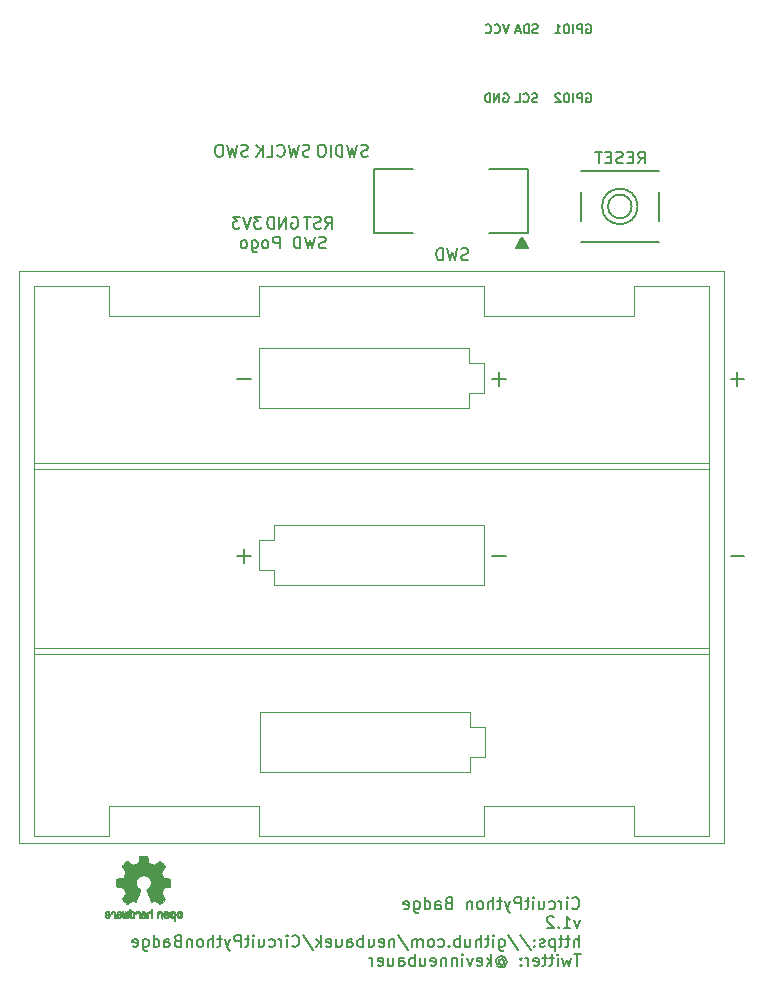
<source format=gbo>
G04 #@! TF.GenerationSoftware,KiCad,Pcbnew,(5.1.4-0-10_14)*
G04 #@! TF.CreationDate,2019-09-22T18:05:18-05:00*
G04 #@! TF.ProjectId,CircuitPythonBadge v1_2,43697263-7569-4745-9079-74686f6e4261,rev?*
G04 #@! TF.SameCoordinates,Original*
G04 #@! TF.FileFunction,Legend,Bot*
G04 #@! TF.FilePolarity,Positive*
%FSLAX46Y46*%
G04 Gerber Fmt 4.6, Leading zero omitted, Abs format (unit mm)*
G04 Created by KiCad (PCBNEW (5.1.4-0-10_14)) date 2019-09-22 18:05:18*
%MOMM*%
%LPD*%
G04 APERTURE LIST*
%ADD10C,0.150000*%
%ADD11C,0.010000*%
%ADD12C,0.120000*%
%ADD13C,0.203200*%
%ADD14C,0.127000*%
G04 APERTURE END LIST*
D10*
X95971238Y-79712761D02*
X95828380Y-79760380D01*
X95590285Y-79760380D01*
X95495047Y-79712761D01*
X95447428Y-79665142D01*
X95399809Y-79569904D01*
X95399809Y-79474666D01*
X95447428Y-79379428D01*
X95495047Y-79331809D01*
X95590285Y-79284190D01*
X95780761Y-79236571D01*
X95876000Y-79188952D01*
X95923619Y-79141333D01*
X95971238Y-79046095D01*
X95971238Y-78950857D01*
X95923619Y-78855619D01*
X95876000Y-78808000D01*
X95780761Y-78760380D01*
X95542666Y-78760380D01*
X95399809Y-78808000D01*
X95066476Y-78760380D02*
X94828380Y-79760380D01*
X94637904Y-79046095D01*
X94447428Y-79760380D01*
X94209333Y-78760380D01*
X93828380Y-79760380D02*
X93828380Y-78760380D01*
X93590285Y-78760380D01*
X93447428Y-78808000D01*
X93352190Y-78903238D01*
X93304571Y-78998476D01*
X93256952Y-79188952D01*
X93256952Y-79331809D01*
X93304571Y-79522285D01*
X93352190Y-79617523D01*
X93447428Y-79712761D01*
X93590285Y-79760380D01*
X93828380Y-79760380D01*
X92066476Y-79760380D02*
X92066476Y-78760380D01*
X91685523Y-78760380D01*
X91590285Y-78808000D01*
X91542666Y-78855619D01*
X91495047Y-78950857D01*
X91495047Y-79093714D01*
X91542666Y-79188952D01*
X91590285Y-79236571D01*
X91685523Y-79284190D01*
X92066476Y-79284190D01*
X90923619Y-79760380D02*
X91018857Y-79712761D01*
X91066476Y-79665142D01*
X91114095Y-79569904D01*
X91114095Y-79284190D01*
X91066476Y-79188952D01*
X91018857Y-79141333D01*
X90923619Y-79093714D01*
X90780761Y-79093714D01*
X90685523Y-79141333D01*
X90637904Y-79188952D01*
X90590285Y-79284190D01*
X90590285Y-79569904D01*
X90637904Y-79665142D01*
X90685523Y-79712761D01*
X90780761Y-79760380D01*
X90923619Y-79760380D01*
X89733142Y-79093714D02*
X89733142Y-79903238D01*
X89780761Y-79998476D01*
X89828380Y-80046095D01*
X89923619Y-80093714D01*
X90066476Y-80093714D01*
X90161714Y-80046095D01*
X89733142Y-79712761D02*
X89828380Y-79760380D01*
X90018857Y-79760380D01*
X90114095Y-79712761D01*
X90161714Y-79665142D01*
X90209333Y-79569904D01*
X90209333Y-79284190D01*
X90161714Y-79188952D01*
X90114095Y-79141333D01*
X90018857Y-79093714D01*
X89828380Y-79093714D01*
X89733142Y-79141333D01*
X89114095Y-79760380D02*
X89209333Y-79712761D01*
X89256952Y-79665142D01*
X89304571Y-79569904D01*
X89304571Y-79284190D01*
X89256952Y-79188952D01*
X89209333Y-79141333D01*
X89114095Y-79093714D01*
X88971238Y-79093714D01*
X88876000Y-79141333D01*
X88828380Y-79188952D01*
X88780761Y-79284190D01*
X88780761Y-79569904D01*
X88828380Y-79665142D01*
X88876000Y-79712761D01*
X88971238Y-79760380D01*
X89114095Y-79760380D01*
X117557261Y-139502380D02*
X116985833Y-139502380D01*
X117271547Y-140502380D02*
X117271547Y-139502380D01*
X116747738Y-139835714D02*
X116557261Y-140502380D01*
X116366785Y-140026190D01*
X116176309Y-140502380D01*
X115985833Y-139835714D01*
X115604880Y-140502380D02*
X115604880Y-139835714D01*
X115604880Y-139502380D02*
X115652500Y-139550000D01*
X115604880Y-139597619D01*
X115557261Y-139550000D01*
X115604880Y-139502380D01*
X115604880Y-139597619D01*
X115271547Y-139835714D02*
X114890595Y-139835714D01*
X115128690Y-139502380D02*
X115128690Y-140359523D01*
X115081071Y-140454761D01*
X114985833Y-140502380D01*
X114890595Y-140502380D01*
X114700119Y-139835714D02*
X114319166Y-139835714D01*
X114557261Y-139502380D02*
X114557261Y-140359523D01*
X114509642Y-140454761D01*
X114414404Y-140502380D01*
X114319166Y-140502380D01*
X113604880Y-140454761D02*
X113700119Y-140502380D01*
X113890595Y-140502380D01*
X113985833Y-140454761D01*
X114033452Y-140359523D01*
X114033452Y-139978571D01*
X113985833Y-139883333D01*
X113890595Y-139835714D01*
X113700119Y-139835714D01*
X113604880Y-139883333D01*
X113557261Y-139978571D01*
X113557261Y-140073809D01*
X114033452Y-140169047D01*
X113128690Y-140502380D02*
X113128690Y-139835714D01*
X113128690Y-140026190D02*
X113081071Y-139930952D01*
X113033452Y-139883333D01*
X112938214Y-139835714D01*
X112842976Y-139835714D01*
X112509642Y-140407142D02*
X112462023Y-140454761D01*
X112509642Y-140502380D01*
X112557261Y-140454761D01*
X112509642Y-140407142D01*
X112509642Y-140502380D01*
X112509642Y-139883333D02*
X112462023Y-139930952D01*
X112509642Y-139978571D01*
X112557261Y-139930952D01*
X112509642Y-139883333D01*
X112509642Y-139978571D01*
X110652500Y-140026190D02*
X110700119Y-139978571D01*
X110795357Y-139930952D01*
X110890595Y-139930952D01*
X110985833Y-139978571D01*
X111033452Y-140026190D01*
X111081071Y-140121428D01*
X111081071Y-140216666D01*
X111033452Y-140311904D01*
X110985833Y-140359523D01*
X110890595Y-140407142D01*
X110795357Y-140407142D01*
X110700119Y-140359523D01*
X110652500Y-140311904D01*
X110652500Y-139930952D02*
X110652500Y-140311904D01*
X110604880Y-140359523D01*
X110557261Y-140359523D01*
X110462023Y-140311904D01*
X110414404Y-140216666D01*
X110414404Y-139978571D01*
X110509642Y-139835714D01*
X110652500Y-139740476D01*
X110842976Y-139692857D01*
X111033452Y-139740476D01*
X111176309Y-139835714D01*
X111271547Y-139978571D01*
X111319166Y-140169047D01*
X111271547Y-140359523D01*
X111176309Y-140502380D01*
X111033452Y-140597619D01*
X110842976Y-140645238D01*
X110652500Y-140597619D01*
X110509642Y-140502380D01*
X109985833Y-140502380D02*
X109985833Y-139502380D01*
X109890595Y-140121428D02*
X109604880Y-140502380D01*
X109604880Y-139835714D02*
X109985833Y-140216666D01*
X108795357Y-140454761D02*
X108890595Y-140502380D01*
X109081071Y-140502380D01*
X109176309Y-140454761D01*
X109223928Y-140359523D01*
X109223928Y-139978571D01*
X109176309Y-139883333D01*
X109081071Y-139835714D01*
X108890595Y-139835714D01*
X108795357Y-139883333D01*
X108747738Y-139978571D01*
X108747738Y-140073809D01*
X109223928Y-140169047D01*
X108414404Y-139835714D02*
X108176309Y-140502380D01*
X107938214Y-139835714D01*
X107557261Y-140502380D02*
X107557261Y-139835714D01*
X107557261Y-139502380D02*
X107604880Y-139550000D01*
X107557261Y-139597619D01*
X107509642Y-139550000D01*
X107557261Y-139502380D01*
X107557261Y-139597619D01*
X107081071Y-139835714D02*
X107081071Y-140502380D01*
X107081071Y-139930952D02*
X107033452Y-139883333D01*
X106938214Y-139835714D01*
X106795357Y-139835714D01*
X106700119Y-139883333D01*
X106652500Y-139978571D01*
X106652500Y-140502380D01*
X106176309Y-139835714D02*
X106176309Y-140502380D01*
X106176309Y-139930952D02*
X106128690Y-139883333D01*
X106033452Y-139835714D01*
X105890595Y-139835714D01*
X105795357Y-139883333D01*
X105747738Y-139978571D01*
X105747738Y-140502380D01*
X104890595Y-140454761D02*
X104985833Y-140502380D01*
X105176309Y-140502380D01*
X105271547Y-140454761D01*
X105319166Y-140359523D01*
X105319166Y-139978571D01*
X105271547Y-139883333D01*
X105176309Y-139835714D01*
X104985833Y-139835714D01*
X104890595Y-139883333D01*
X104842976Y-139978571D01*
X104842976Y-140073809D01*
X105319166Y-140169047D01*
X103985833Y-139835714D02*
X103985833Y-140502380D01*
X104414404Y-139835714D02*
X104414404Y-140359523D01*
X104366785Y-140454761D01*
X104271547Y-140502380D01*
X104128690Y-140502380D01*
X104033452Y-140454761D01*
X103985833Y-140407142D01*
X103509642Y-140502380D02*
X103509642Y-139502380D01*
X103509642Y-139883333D02*
X103414404Y-139835714D01*
X103223928Y-139835714D01*
X103128690Y-139883333D01*
X103081071Y-139930952D01*
X103033452Y-140026190D01*
X103033452Y-140311904D01*
X103081071Y-140407142D01*
X103128690Y-140454761D01*
X103223928Y-140502380D01*
X103414404Y-140502380D01*
X103509642Y-140454761D01*
X102176309Y-140502380D02*
X102176309Y-139978571D01*
X102223928Y-139883333D01*
X102319166Y-139835714D01*
X102509642Y-139835714D01*
X102604880Y-139883333D01*
X102176309Y-140454761D02*
X102271547Y-140502380D01*
X102509642Y-140502380D01*
X102604880Y-140454761D01*
X102652500Y-140359523D01*
X102652500Y-140264285D01*
X102604880Y-140169047D01*
X102509642Y-140121428D01*
X102271547Y-140121428D01*
X102176309Y-140073809D01*
X101271547Y-139835714D02*
X101271547Y-140502380D01*
X101700119Y-139835714D02*
X101700119Y-140359523D01*
X101652500Y-140454761D01*
X101557261Y-140502380D01*
X101414404Y-140502380D01*
X101319166Y-140454761D01*
X101271547Y-140407142D01*
X100414404Y-140454761D02*
X100509642Y-140502380D01*
X100700119Y-140502380D01*
X100795357Y-140454761D01*
X100842976Y-140359523D01*
X100842976Y-139978571D01*
X100795357Y-139883333D01*
X100700119Y-139835714D01*
X100509642Y-139835714D01*
X100414404Y-139883333D01*
X100366785Y-139978571D01*
X100366785Y-140073809D01*
X100842976Y-140169047D01*
X99938214Y-140502380D02*
X99938214Y-139835714D01*
X99938214Y-140026190D02*
X99890595Y-139930952D01*
X99842976Y-139883333D01*
X99747738Y-139835714D01*
X99652500Y-139835714D01*
X108033142Y-80712761D02*
X107890285Y-80760380D01*
X107652190Y-80760380D01*
X107556952Y-80712761D01*
X107509333Y-80665142D01*
X107461714Y-80569904D01*
X107461714Y-80474666D01*
X107509333Y-80379428D01*
X107556952Y-80331809D01*
X107652190Y-80284190D01*
X107842666Y-80236571D01*
X107937904Y-80188952D01*
X107985523Y-80141333D01*
X108033142Y-80046095D01*
X108033142Y-79950857D01*
X107985523Y-79855619D01*
X107937904Y-79808000D01*
X107842666Y-79760380D01*
X107604571Y-79760380D01*
X107461714Y-79808000D01*
X107128380Y-79760380D02*
X106890285Y-80760380D01*
X106699809Y-80046095D01*
X106509333Y-80760380D01*
X106271238Y-79760380D01*
X105890285Y-80760380D02*
X105890285Y-79760380D01*
X105652190Y-79760380D01*
X105509333Y-79808000D01*
X105414095Y-79903238D01*
X105366476Y-79998476D01*
X105318857Y-80188952D01*
X105318857Y-80331809D01*
X105366476Y-80522285D01*
X105414095Y-80617523D01*
X105509333Y-80712761D01*
X105652190Y-80760380D01*
X105890285Y-80760380D01*
X122428380Y-72560380D02*
X122761714Y-72084190D01*
X122999809Y-72560380D02*
X122999809Y-71560380D01*
X122618857Y-71560380D01*
X122523619Y-71608000D01*
X122476000Y-71655619D01*
X122428380Y-71750857D01*
X122428380Y-71893714D01*
X122476000Y-71988952D01*
X122523619Y-72036571D01*
X122618857Y-72084190D01*
X122999809Y-72084190D01*
X121999809Y-72036571D02*
X121666476Y-72036571D01*
X121523619Y-72560380D02*
X121999809Y-72560380D01*
X121999809Y-71560380D01*
X121523619Y-71560380D01*
X121142666Y-72512761D02*
X120999809Y-72560380D01*
X120761714Y-72560380D01*
X120666476Y-72512761D01*
X120618857Y-72465142D01*
X120571238Y-72369904D01*
X120571238Y-72274666D01*
X120618857Y-72179428D01*
X120666476Y-72131809D01*
X120761714Y-72084190D01*
X120952190Y-72036571D01*
X121047428Y-71988952D01*
X121095047Y-71941333D01*
X121142666Y-71846095D01*
X121142666Y-71750857D01*
X121095047Y-71655619D01*
X121047428Y-71608000D01*
X120952190Y-71560380D01*
X120714095Y-71560380D01*
X120571238Y-71608000D01*
X120142666Y-72036571D02*
X119809333Y-72036571D01*
X119666476Y-72560380D02*
X120142666Y-72560380D01*
X120142666Y-71560380D01*
X119666476Y-71560380D01*
X119380761Y-71560380D02*
X118809333Y-71560380D01*
X119095047Y-72560380D02*
X119095047Y-71560380D01*
X116842976Y-135607142D02*
X116890595Y-135654761D01*
X117033452Y-135702380D01*
X117128690Y-135702380D01*
X117271547Y-135654761D01*
X117366785Y-135559523D01*
X117414404Y-135464285D01*
X117462023Y-135273809D01*
X117462023Y-135130952D01*
X117414404Y-134940476D01*
X117366785Y-134845238D01*
X117271547Y-134750000D01*
X117128690Y-134702380D01*
X117033452Y-134702380D01*
X116890595Y-134750000D01*
X116842976Y-134797619D01*
X116414404Y-135702380D02*
X116414404Y-135035714D01*
X116414404Y-134702380D02*
X116462023Y-134750000D01*
X116414404Y-134797619D01*
X116366785Y-134750000D01*
X116414404Y-134702380D01*
X116414404Y-134797619D01*
X115938214Y-135702380D02*
X115938214Y-135035714D01*
X115938214Y-135226190D02*
X115890595Y-135130952D01*
X115842976Y-135083333D01*
X115747738Y-135035714D01*
X115652500Y-135035714D01*
X114890595Y-135654761D02*
X114985833Y-135702380D01*
X115176309Y-135702380D01*
X115271547Y-135654761D01*
X115319166Y-135607142D01*
X115366785Y-135511904D01*
X115366785Y-135226190D01*
X115319166Y-135130952D01*
X115271547Y-135083333D01*
X115176309Y-135035714D01*
X114985833Y-135035714D01*
X114890595Y-135083333D01*
X114033452Y-135035714D02*
X114033452Y-135702380D01*
X114462023Y-135035714D02*
X114462023Y-135559523D01*
X114414404Y-135654761D01*
X114319166Y-135702380D01*
X114176309Y-135702380D01*
X114081071Y-135654761D01*
X114033452Y-135607142D01*
X113557261Y-135702380D02*
X113557261Y-135035714D01*
X113557261Y-134702380D02*
X113604880Y-134750000D01*
X113557261Y-134797619D01*
X113509642Y-134750000D01*
X113557261Y-134702380D01*
X113557261Y-134797619D01*
X113223928Y-135035714D02*
X112842976Y-135035714D01*
X113081071Y-134702380D02*
X113081071Y-135559523D01*
X113033452Y-135654761D01*
X112938214Y-135702380D01*
X112842976Y-135702380D01*
X112509642Y-135702380D02*
X112509642Y-134702380D01*
X112128690Y-134702380D01*
X112033452Y-134750000D01*
X111985833Y-134797619D01*
X111938214Y-134892857D01*
X111938214Y-135035714D01*
X111985833Y-135130952D01*
X112033452Y-135178571D01*
X112128690Y-135226190D01*
X112509642Y-135226190D01*
X111604880Y-135035714D02*
X111366785Y-135702380D01*
X111128690Y-135035714D02*
X111366785Y-135702380D01*
X111462023Y-135940476D01*
X111509642Y-135988095D01*
X111604880Y-136035714D01*
X110890595Y-135035714D02*
X110509642Y-135035714D01*
X110747738Y-134702380D02*
X110747738Y-135559523D01*
X110700119Y-135654761D01*
X110604880Y-135702380D01*
X110509642Y-135702380D01*
X110176309Y-135702380D02*
X110176309Y-134702380D01*
X109747738Y-135702380D02*
X109747738Y-135178571D01*
X109795357Y-135083333D01*
X109890595Y-135035714D01*
X110033452Y-135035714D01*
X110128690Y-135083333D01*
X110176309Y-135130952D01*
X109128690Y-135702380D02*
X109223928Y-135654761D01*
X109271547Y-135607142D01*
X109319166Y-135511904D01*
X109319166Y-135226190D01*
X109271547Y-135130952D01*
X109223928Y-135083333D01*
X109128690Y-135035714D01*
X108985833Y-135035714D01*
X108890595Y-135083333D01*
X108842976Y-135130952D01*
X108795357Y-135226190D01*
X108795357Y-135511904D01*
X108842976Y-135607142D01*
X108890595Y-135654761D01*
X108985833Y-135702380D01*
X109128690Y-135702380D01*
X108366785Y-135035714D02*
X108366785Y-135702380D01*
X108366785Y-135130952D02*
X108319166Y-135083333D01*
X108223928Y-135035714D01*
X108081071Y-135035714D01*
X107985833Y-135083333D01*
X107938214Y-135178571D01*
X107938214Y-135702380D01*
X106366785Y-135178571D02*
X106223928Y-135226190D01*
X106176309Y-135273809D01*
X106128690Y-135369047D01*
X106128690Y-135511904D01*
X106176309Y-135607142D01*
X106223928Y-135654761D01*
X106319166Y-135702380D01*
X106700119Y-135702380D01*
X106700119Y-134702380D01*
X106366785Y-134702380D01*
X106271547Y-134750000D01*
X106223928Y-134797619D01*
X106176309Y-134892857D01*
X106176309Y-134988095D01*
X106223928Y-135083333D01*
X106271547Y-135130952D01*
X106366785Y-135178571D01*
X106700119Y-135178571D01*
X105271547Y-135702380D02*
X105271547Y-135178571D01*
X105319166Y-135083333D01*
X105414404Y-135035714D01*
X105604880Y-135035714D01*
X105700119Y-135083333D01*
X105271547Y-135654761D02*
X105366785Y-135702380D01*
X105604880Y-135702380D01*
X105700119Y-135654761D01*
X105747738Y-135559523D01*
X105747738Y-135464285D01*
X105700119Y-135369047D01*
X105604880Y-135321428D01*
X105366785Y-135321428D01*
X105271547Y-135273809D01*
X104366785Y-135702380D02*
X104366785Y-134702380D01*
X104366785Y-135654761D02*
X104462023Y-135702380D01*
X104652500Y-135702380D01*
X104747738Y-135654761D01*
X104795357Y-135607142D01*
X104842976Y-135511904D01*
X104842976Y-135226190D01*
X104795357Y-135130952D01*
X104747738Y-135083333D01*
X104652500Y-135035714D01*
X104462023Y-135035714D01*
X104366785Y-135083333D01*
X103462023Y-135035714D02*
X103462023Y-135845238D01*
X103509642Y-135940476D01*
X103557261Y-135988095D01*
X103652500Y-136035714D01*
X103795357Y-136035714D01*
X103890595Y-135988095D01*
X103462023Y-135654761D02*
X103557261Y-135702380D01*
X103747738Y-135702380D01*
X103842976Y-135654761D01*
X103890595Y-135607142D01*
X103938214Y-135511904D01*
X103938214Y-135226190D01*
X103890595Y-135130952D01*
X103842976Y-135083333D01*
X103747738Y-135035714D01*
X103557261Y-135035714D01*
X103462023Y-135083333D01*
X102604880Y-135654761D02*
X102700119Y-135702380D01*
X102890595Y-135702380D01*
X102985833Y-135654761D01*
X103033452Y-135559523D01*
X103033452Y-135178571D01*
X102985833Y-135083333D01*
X102890595Y-135035714D01*
X102700119Y-135035714D01*
X102604880Y-135083333D01*
X102557261Y-135178571D01*
X102557261Y-135273809D01*
X103033452Y-135369047D01*
X117509642Y-136635714D02*
X117271547Y-137302380D01*
X117033452Y-136635714D01*
X116128690Y-137302380D02*
X116700119Y-137302380D01*
X116414404Y-137302380D02*
X116414404Y-136302380D01*
X116509642Y-136445238D01*
X116604880Y-136540476D01*
X116700119Y-136588095D01*
X115700119Y-137207142D02*
X115652500Y-137254761D01*
X115700119Y-137302380D01*
X115747738Y-137254761D01*
X115700119Y-137207142D01*
X115700119Y-137302380D01*
X115271547Y-136397619D02*
X115223928Y-136350000D01*
X115128690Y-136302380D01*
X114890595Y-136302380D01*
X114795357Y-136350000D01*
X114747738Y-136397619D01*
X114700119Y-136492857D01*
X114700119Y-136588095D01*
X114747738Y-136730952D01*
X115319166Y-137302380D01*
X114700119Y-137302380D01*
X117414404Y-138902380D02*
X117414404Y-137902380D01*
X116985833Y-138902380D02*
X116985833Y-138378571D01*
X117033452Y-138283333D01*
X117128690Y-138235714D01*
X117271547Y-138235714D01*
X117366785Y-138283333D01*
X117414404Y-138330952D01*
X116652500Y-138235714D02*
X116271547Y-138235714D01*
X116509642Y-137902380D02*
X116509642Y-138759523D01*
X116462023Y-138854761D01*
X116366785Y-138902380D01*
X116271547Y-138902380D01*
X116081071Y-138235714D02*
X115700119Y-138235714D01*
X115938214Y-137902380D02*
X115938214Y-138759523D01*
X115890595Y-138854761D01*
X115795357Y-138902380D01*
X115700119Y-138902380D01*
X115366785Y-138235714D02*
X115366785Y-139235714D01*
X115366785Y-138283333D02*
X115271547Y-138235714D01*
X115081071Y-138235714D01*
X114985833Y-138283333D01*
X114938214Y-138330952D01*
X114890595Y-138426190D01*
X114890595Y-138711904D01*
X114938214Y-138807142D01*
X114985833Y-138854761D01*
X115081071Y-138902380D01*
X115271547Y-138902380D01*
X115366785Y-138854761D01*
X114509642Y-138854761D02*
X114414404Y-138902380D01*
X114223928Y-138902380D01*
X114128690Y-138854761D01*
X114081071Y-138759523D01*
X114081071Y-138711904D01*
X114128690Y-138616666D01*
X114223928Y-138569047D01*
X114366785Y-138569047D01*
X114462023Y-138521428D01*
X114509642Y-138426190D01*
X114509642Y-138378571D01*
X114462023Y-138283333D01*
X114366785Y-138235714D01*
X114223928Y-138235714D01*
X114128690Y-138283333D01*
X113652500Y-138807142D02*
X113604880Y-138854761D01*
X113652500Y-138902380D01*
X113700119Y-138854761D01*
X113652500Y-138807142D01*
X113652500Y-138902380D01*
X113652500Y-138283333D02*
X113604880Y-138330952D01*
X113652500Y-138378571D01*
X113700119Y-138330952D01*
X113652500Y-138283333D01*
X113652500Y-138378571D01*
X112462023Y-137854761D02*
X113319166Y-139140476D01*
X111414404Y-137854761D02*
X112271547Y-139140476D01*
X110652500Y-138235714D02*
X110652500Y-139045238D01*
X110700119Y-139140476D01*
X110747738Y-139188095D01*
X110842976Y-139235714D01*
X110985833Y-139235714D01*
X111081071Y-139188095D01*
X110652500Y-138854761D02*
X110747738Y-138902380D01*
X110938214Y-138902380D01*
X111033452Y-138854761D01*
X111081071Y-138807142D01*
X111128690Y-138711904D01*
X111128690Y-138426190D01*
X111081071Y-138330952D01*
X111033452Y-138283333D01*
X110938214Y-138235714D01*
X110747738Y-138235714D01*
X110652500Y-138283333D01*
X110176309Y-138902380D02*
X110176309Y-138235714D01*
X110176309Y-137902380D02*
X110223928Y-137950000D01*
X110176309Y-137997619D01*
X110128690Y-137950000D01*
X110176309Y-137902380D01*
X110176309Y-137997619D01*
X109842976Y-138235714D02*
X109462023Y-138235714D01*
X109700119Y-137902380D02*
X109700119Y-138759523D01*
X109652500Y-138854761D01*
X109557261Y-138902380D01*
X109462023Y-138902380D01*
X109128690Y-138902380D02*
X109128690Y-137902380D01*
X108700119Y-138902380D02*
X108700119Y-138378571D01*
X108747738Y-138283333D01*
X108842976Y-138235714D01*
X108985833Y-138235714D01*
X109081071Y-138283333D01*
X109128690Y-138330952D01*
X107795357Y-138235714D02*
X107795357Y-138902380D01*
X108223928Y-138235714D02*
X108223928Y-138759523D01*
X108176309Y-138854761D01*
X108081071Y-138902380D01*
X107938214Y-138902380D01*
X107842976Y-138854761D01*
X107795357Y-138807142D01*
X107319166Y-138902380D02*
X107319166Y-137902380D01*
X107319166Y-138283333D02*
X107223928Y-138235714D01*
X107033452Y-138235714D01*
X106938214Y-138283333D01*
X106890595Y-138330952D01*
X106842976Y-138426190D01*
X106842976Y-138711904D01*
X106890595Y-138807142D01*
X106938214Y-138854761D01*
X107033452Y-138902380D01*
X107223928Y-138902380D01*
X107319166Y-138854761D01*
X106414404Y-138807142D02*
X106366785Y-138854761D01*
X106414404Y-138902380D01*
X106462023Y-138854761D01*
X106414404Y-138807142D01*
X106414404Y-138902380D01*
X105509642Y-138854761D02*
X105604880Y-138902380D01*
X105795357Y-138902380D01*
X105890595Y-138854761D01*
X105938214Y-138807142D01*
X105985833Y-138711904D01*
X105985833Y-138426190D01*
X105938214Y-138330952D01*
X105890595Y-138283333D01*
X105795357Y-138235714D01*
X105604880Y-138235714D01*
X105509642Y-138283333D01*
X104938214Y-138902380D02*
X105033452Y-138854761D01*
X105081071Y-138807142D01*
X105128690Y-138711904D01*
X105128690Y-138426190D01*
X105081071Y-138330952D01*
X105033452Y-138283333D01*
X104938214Y-138235714D01*
X104795357Y-138235714D01*
X104700119Y-138283333D01*
X104652500Y-138330952D01*
X104604880Y-138426190D01*
X104604880Y-138711904D01*
X104652500Y-138807142D01*
X104700119Y-138854761D01*
X104795357Y-138902380D01*
X104938214Y-138902380D01*
X104176309Y-138902380D02*
X104176309Y-138235714D01*
X104176309Y-138330952D02*
X104128690Y-138283333D01*
X104033452Y-138235714D01*
X103890595Y-138235714D01*
X103795357Y-138283333D01*
X103747738Y-138378571D01*
X103747738Y-138902380D01*
X103747738Y-138378571D02*
X103700119Y-138283333D01*
X103604880Y-138235714D01*
X103462023Y-138235714D01*
X103366785Y-138283333D01*
X103319166Y-138378571D01*
X103319166Y-138902380D01*
X102128690Y-137854761D02*
X102985833Y-139140476D01*
X101795357Y-138235714D02*
X101795357Y-138902380D01*
X101795357Y-138330952D02*
X101747738Y-138283333D01*
X101652500Y-138235714D01*
X101509642Y-138235714D01*
X101414404Y-138283333D01*
X101366785Y-138378571D01*
X101366785Y-138902380D01*
X100509642Y-138854761D02*
X100604880Y-138902380D01*
X100795357Y-138902380D01*
X100890595Y-138854761D01*
X100938214Y-138759523D01*
X100938214Y-138378571D01*
X100890595Y-138283333D01*
X100795357Y-138235714D01*
X100604880Y-138235714D01*
X100509642Y-138283333D01*
X100462023Y-138378571D01*
X100462023Y-138473809D01*
X100938214Y-138569047D01*
X99604880Y-138235714D02*
X99604880Y-138902380D01*
X100033452Y-138235714D02*
X100033452Y-138759523D01*
X99985833Y-138854761D01*
X99890595Y-138902380D01*
X99747738Y-138902380D01*
X99652500Y-138854761D01*
X99604880Y-138807142D01*
X99128690Y-138902380D02*
X99128690Y-137902380D01*
X99128690Y-138283333D02*
X99033452Y-138235714D01*
X98842976Y-138235714D01*
X98747738Y-138283333D01*
X98700119Y-138330952D01*
X98652500Y-138426190D01*
X98652500Y-138711904D01*
X98700119Y-138807142D01*
X98747738Y-138854761D01*
X98842976Y-138902380D01*
X99033452Y-138902380D01*
X99128690Y-138854761D01*
X97795357Y-138902380D02*
X97795357Y-138378571D01*
X97842976Y-138283333D01*
X97938214Y-138235714D01*
X98128690Y-138235714D01*
X98223928Y-138283333D01*
X97795357Y-138854761D02*
X97890595Y-138902380D01*
X98128690Y-138902380D01*
X98223928Y-138854761D01*
X98271547Y-138759523D01*
X98271547Y-138664285D01*
X98223928Y-138569047D01*
X98128690Y-138521428D01*
X97890595Y-138521428D01*
X97795357Y-138473809D01*
X96890595Y-138235714D02*
X96890595Y-138902380D01*
X97319166Y-138235714D02*
X97319166Y-138759523D01*
X97271547Y-138854761D01*
X97176309Y-138902380D01*
X97033452Y-138902380D01*
X96938214Y-138854761D01*
X96890595Y-138807142D01*
X96033452Y-138854761D02*
X96128690Y-138902380D01*
X96319166Y-138902380D01*
X96414404Y-138854761D01*
X96462023Y-138759523D01*
X96462023Y-138378571D01*
X96414404Y-138283333D01*
X96319166Y-138235714D01*
X96128690Y-138235714D01*
X96033452Y-138283333D01*
X95985833Y-138378571D01*
X95985833Y-138473809D01*
X96462023Y-138569047D01*
X95557261Y-138902380D02*
X95557261Y-137902380D01*
X95462023Y-138521428D02*
X95176309Y-138902380D01*
X95176309Y-138235714D02*
X95557261Y-138616666D01*
X94033452Y-137854761D02*
X94890595Y-139140476D01*
X93128690Y-138807142D02*
X93176309Y-138854761D01*
X93319166Y-138902380D01*
X93414404Y-138902380D01*
X93557261Y-138854761D01*
X93652500Y-138759523D01*
X93700119Y-138664285D01*
X93747738Y-138473809D01*
X93747738Y-138330952D01*
X93700119Y-138140476D01*
X93652500Y-138045238D01*
X93557261Y-137950000D01*
X93414404Y-137902380D01*
X93319166Y-137902380D01*
X93176309Y-137950000D01*
X93128690Y-137997619D01*
X92700119Y-138902380D02*
X92700119Y-138235714D01*
X92700119Y-137902380D02*
X92747738Y-137950000D01*
X92700119Y-137997619D01*
X92652500Y-137950000D01*
X92700119Y-137902380D01*
X92700119Y-137997619D01*
X92223928Y-138902380D02*
X92223928Y-138235714D01*
X92223928Y-138426190D02*
X92176309Y-138330952D01*
X92128690Y-138283333D01*
X92033452Y-138235714D01*
X91938214Y-138235714D01*
X91176309Y-138854761D02*
X91271547Y-138902380D01*
X91462023Y-138902380D01*
X91557261Y-138854761D01*
X91604880Y-138807142D01*
X91652500Y-138711904D01*
X91652500Y-138426190D01*
X91604880Y-138330952D01*
X91557261Y-138283333D01*
X91462023Y-138235714D01*
X91271547Y-138235714D01*
X91176309Y-138283333D01*
X90319166Y-138235714D02*
X90319166Y-138902380D01*
X90747738Y-138235714D02*
X90747738Y-138759523D01*
X90700119Y-138854761D01*
X90604880Y-138902380D01*
X90462023Y-138902380D01*
X90366785Y-138854761D01*
X90319166Y-138807142D01*
X89842976Y-138902380D02*
X89842976Y-138235714D01*
X89842976Y-137902380D02*
X89890595Y-137950000D01*
X89842976Y-137997619D01*
X89795357Y-137950000D01*
X89842976Y-137902380D01*
X89842976Y-137997619D01*
X89509642Y-138235714D02*
X89128690Y-138235714D01*
X89366785Y-137902380D02*
X89366785Y-138759523D01*
X89319166Y-138854761D01*
X89223928Y-138902380D01*
X89128690Y-138902380D01*
X88795357Y-138902380D02*
X88795357Y-137902380D01*
X88414404Y-137902380D01*
X88319166Y-137950000D01*
X88271547Y-137997619D01*
X88223928Y-138092857D01*
X88223928Y-138235714D01*
X88271547Y-138330952D01*
X88319166Y-138378571D01*
X88414404Y-138426190D01*
X88795357Y-138426190D01*
X87890595Y-138235714D02*
X87652500Y-138902380D01*
X87414404Y-138235714D02*
X87652500Y-138902380D01*
X87747738Y-139140476D01*
X87795357Y-139188095D01*
X87890595Y-139235714D01*
X87176309Y-138235714D02*
X86795357Y-138235714D01*
X87033452Y-137902380D02*
X87033452Y-138759523D01*
X86985833Y-138854761D01*
X86890595Y-138902380D01*
X86795357Y-138902380D01*
X86462023Y-138902380D02*
X86462023Y-137902380D01*
X86033452Y-138902380D02*
X86033452Y-138378571D01*
X86081071Y-138283333D01*
X86176309Y-138235714D01*
X86319166Y-138235714D01*
X86414404Y-138283333D01*
X86462023Y-138330952D01*
X85414404Y-138902380D02*
X85509642Y-138854761D01*
X85557261Y-138807142D01*
X85604880Y-138711904D01*
X85604880Y-138426190D01*
X85557261Y-138330952D01*
X85509642Y-138283333D01*
X85414404Y-138235714D01*
X85271547Y-138235714D01*
X85176309Y-138283333D01*
X85128690Y-138330952D01*
X85081071Y-138426190D01*
X85081071Y-138711904D01*
X85128690Y-138807142D01*
X85176309Y-138854761D01*
X85271547Y-138902380D01*
X85414404Y-138902380D01*
X84652500Y-138235714D02*
X84652500Y-138902380D01*
X84652500Y-138330952D02*
X84604880Y-138283333D01*
X84509642Y-138235714D01*
X84366785Y-138235714D01*
X84271547Y-138283333D01*
X84223928Y-138378571D01*
X84223928Y-138902380D01*
X83414404Y-138378571D02*
X83271547Y-138426190D01*
X83223928Y-138473809D01*
X83176309Y-138569047D01*
X83176309Y-138711904D01*
X83223928Y-138807142D01*
X83271547Y-138854761D01*
X83366785Y-138902380D01*
X83747738Y-138902380D01*
X83747738Y-137902380D01*
X83414404Y-137902380D01*
X83319166Y-137950000D01*
X83271547Y-137997619D01*
X83223928Y-138092857D01*
X83223928Y-138188095D01*
X83271547Y-138283333D01*
X83319166Y-138330952D01*
X83414404Y-138378571D01*
X83747738Y-138378571D01*
X82319166Y-138902380D02*
X82319166Y-138378571D01*
X82366785Y-138283333D01*
X82462023Y-138235714D01*
X82652500Y-138235714D01*
X82747738Y-138283333D01*
X82319166Y-138854761D02*
X82414404Y-138902380D01*
X82652500Y-138902380D01*
X82747738Y-138854761D01*
X82795357Y-138759523D01*
X82795357Y-138664285D01*
X82747738Y-138569047D01*
X82652500Y-138521428D01*
X82414404Y-138521428D01*
X82319166Y-138473809D01*
X81414404Y-138902380D02*
X81414404Y-137902380D01*
X81414404Y-138854761D02*
X81509642Y-138902380D01*
X81700119Y-138902380D01*
X81795357Y-138854761D01*
X81842976Y-138807142D01*
X81890595Y-138711904D01*
X81890595Y-138426190D01*
X81842976Y-138330952D01*
X81795357Y-138283333D01*
X81700119Y-138235714D01*
X81509642Y-138235714D01*
X81414404Y-138283333D01*
X80509642Y-138235714D02*
X80509642Y-139045238D01*
X80557261Y-139140476D01*
X80604880Y-139188095D01*
X80700119Y-139235714D01*
X80842976Y-139235714D01*
X80938214Y-139188095D01*
X80509642Y-138854761D02*
X80604880Y-138902380D01*
X80795357Y-138902380D01*
X80890595Y-138854761D01*
X80938214Y-138807142D01*
X80985833Y-138711904D01*
X80985833Y-138426190D01*
X80938214Y-138330952D01*
X80890595Y-138283333D01*
X80795357Y-138235714D01*
X80604880Y-138235714D01*
X80509642Y-138283333D01*
X79652500Y-138854761D02*
X79747738Y-138902380D01*
X79938214Y-138902380D01*
X80033452Y-138854761D01*
X80081071Y-138759523D01*
X80081071Y-138378571D01*
X80033452Y-138283333D01*
X79938214Y-138235714D01*
X79747738Y-138235714D01*
X79652500Y-138283333D01*
X79604880Y-138378571D01*
X79604880Y-138473809D01*
X80081071Y-138569047D01*
D11*
G36*
X80436090Y-131172348D02*
G01*
X80357546Y-131172778D01*
X80300702Y-131173942D01*
X80261895Y-131176207D01*
X80237462Y-131179940D01*
X80223738Y-131185506D01*
X80217060Y-131193273D01*
X80213764Y-131203605D01*
X80213444Y-131204943D01*
X80208438Y-131229079D01*
X80199171Y-131276701D01*
X80186608Y-131342741D01*
X80171713Y-131422128D01*
X80155449Y-131509796D01*
X80154881Y-131512875D01*
X80138590Y-131598789D01*
X80123348Y-131674696D01*
X80110139Y-131736045D01*
X80099946Y-131778282D01*
X80093752Y-131796855D01*
X80093457Y-131797184D01*
X80075212Y-131806253D01*
X80037595Y-131821367D01*
X79988729Y-131839262D01*
X79988457Y-131839358D01*
X79926907Y-131862493D01*
X79854343Y-131891965D01*
X79785943Y-131921597D01*
X79782706Y-131923062D01*
X79671298Y-131973626D01*
X79424601Y-131805160D01*
X79348923Y-131753803D01*
X79280369Y-131707889D01*
X79222912Y-131670030D01*
X79180524Y-131642837D01*
X79157175Y-131628921D01*
X79154958Y-131627889D01*
X79137990Y-131632484D01*
X79106299Y-131654655D01*
X79058648Y-131695447D01*
X78993802Y-131755905D01*
X78927603Y-131820227D01*
X78863786Y-131883612D01*
X78806671Y-131941451D01*
X78759695Y-131990175D01*
X78726297Y-132026210D01*
X78709915Y-132045984D01*
X78709306Y-132047002D01*
X78707495Y-132060572D01*
X78714317Y-132082733D01*
X78731460Y-132116478D01*
X78760607Y-132164800D01*
X78803445Y-132230692D01*
X78860552Y-132315517D01*
X78911234Y-132390177D01*
X78956539Y-132457140D01*
X78993850Y-132512516D01*
X79020548Y-132552420D01*
X79034015Y-132572962D01*
X79034863Y-132574356D01*
X79033219Y-132594038D01*
X79020755Y-132632293D01*
X78999952Y-132681889D01*
X78992538Y-132697728D01*
X78960186Y-132768290D01*
X78925672Y-132848353D01*
X78897635Y-132917629D01*
X78877432Y-132969045D01*
X78861385Y-133008119D01*
X78852112Y-133028541D01*
X78850959Y-133030114D01*
X78833904Y-133032721D01*
X78793702Y-133039863D01*
X78735698Y-133050523D01*
X78665237Y-133063685D01*
X78587665Y-133078333D01*
X78508328Y-133093449D01*
X78432569Y-133108018D01*
X78365736Y-133121022D01*
X78313172Y-133131445D01*
X78280224Y-133138270D01*
X78272143Y-133140199D01*
X78263795Y-133144962D01*
X78257494Y-133155718D01*
X78252955Y-133176098D01*
X78249896Y-133209734D01*
X78248033Y-133260255D01*
X78247082Y-133331292D01*
X78246760Y-133426476D01*
X78246743Y-133465492D01*
X78246743Y-133782799D01*
X78322943Y-133797839D01*
X78365337Y-133805995D01*
X78428600Y-133817899D01*
X78505038Y-133832116D01*
X78586957Y-133847210D01*
X78609600Y-133851355D01*
X78685194Y-133866053D01*
X78751047Y-133880505D01*
X78801634Y-133893375D01*
X78831426Y-133903322D01*
X78836388Y-133906287D01*
X78848574Y-133927283D01*
X78866047Y-133967967D01*
X78885423Y-134020322D01*
X78889266Y-134031600D01*
X78914661Y-134101523D01*
X78946183Y-134180418D01*
X78977031Y-134251266D01*
X78977183Y-134251595D01*
X79028553Y-134362733D01*
X78859601Y-134611253D01*
X78690648Y-134859772D01*
X78907571Y-135077058D01*
X78973181Y-135141726D01*
X79033021Y-135198733D01*
X79083733Y-135245033D01*
X79121954Y-135277584D01*
X79144325Y-135293343D01*
X79147534Y-135294343D01*
X79166374Y-135286469D01*
X79204820Y-135264578D01*
X79258670Y-135231267D01*
X79323724Y-135189131D01*
X79394060Y-135141943D01*
X79465445Y-135093810D01*
X79529092Y-135051928D01*
X79580959Y-135018871D01*
X79617005Y-134997218D01*
X79633133Y-134989543D01*
X79652811Y-134996037D01*
X79690125Y-135013150D01*
X79737379Y-135037326D01*
X79742388Y-135040013D01*
X79806023Y-135071927D01*
X79849659Y-135087579D01*
X79876798Y-135087745D01*
X79890943Y-135073204D01*
X79891025Y-135073000D01*
X79898095Y-135055779D01*
X79914958Y-135014899D01*
X79940305Y-134953525D01*
X79972829Y-134874819D01*
X80011222Y-134781947D01*
X80054178Y-134678072D01*
X80095778Y-134577502D01*
X80141496Y-134466516D01*
X80183474Y-134363703D01*
X80220452Y-134272215D01*
X80251173Y-134195201D01*
X80274378Y-134135815D01*
X80288810Y-134097209D01*
X80293257Y-134082800D01*
X80282104Y-134066272D01*
X80252931Y-134039930D01*
X80214029Y-134010887D01*
X80103243Y-133919039D01*
X80016649Y-133813759D01*
X79955284Y-133697266D01*
X79920185Y-133571776D01*
X79912392Y-133439507D01*
X79918057Y-133378457D01*
X79948922Y-133251795D01*
X80002080Y-133139941D01*
X80074233Y-133044001D01*
X80162083Y-132965076D01*
X80262335Y-132904270D01*
X80371690Y-132862687D01*
X80486853Y-132841428D01*
X80604525Y-132841599D01*
X80721410Y-132864301D01*
X80834211Y-132910638D01*
X80939631Y-132981713D01*
X80983632Y-133021911D01*
X81068021Y-133125129D01*
X81126778Y-133237925D01*
X81160296Y-133357010D01*
X81168965Y-133479095D01*
X81153177Y-133600893D01*
X81113322Y-133719116D01*
X81049793Y-133830475D01*
X80962979Y-133931684D01*
X80865971Y-134010887D01*
X80825563Y-134041162D01*
X80797018Y-134067219D01*
X80786743Y-134082825D01*
X80792123Y-134099843D01*
X80807425Y-134140500D01*
X80831388Y-134201642D01*
X80862756Y-134280119D01*
X80900268Y-134372780D01*
X80942667Y-134476472D01*
X80984337Y-134577526D01*
X81030310Y-134688607D01*
X81072893Y-134791541D01*
X81110779Y-134883165D01*
X81142660Y-134960316D01*
X81167229Y-135019831D01*
X81183180Y-135058544D01*
X81189090Y-135073000D01*
X81203052Y-135087685D01*
X81230060Y-135087642D01*
X81273587Y-135072099D01*
X81337110Y-135040284D01*
X81337612Y-135040013D01*
X81385440Y-135015323D01*
X81424103Y-134997338D01*
X81445905Y-134989614D01*
X81446867Y-134989543D01*
X81463279Y-134997378D01*
X81499513Y-135019165D01*
X81551526Y-135052328D01*
X81615275Y-135094291D01*
X81685940Y-135141943D01*
X81757884Y-135190191D01*
X81822726Y-135232151D01*
X81876265Y-135265227D01*
X81914303Y-135286821D01*
X81932467Y-135294343D01*
X81949192Y-135284457D01*
X81982820Y-135256826D01*
X82029990Y-135214495D01*
X82087342Y-135160505D01*
X82151516Y-135097899D01*
X82172503Y-135076983D01*
X82389501Y-134859623D01*
X82224332Y-134617220D01*
X82174136Y-134542781D01*
X82130081Y-134475972D01*
X82094638Y-134420665D01*
X82070281Y-134380729D01*
X82059478Y-134360036D01*
X82059162Y-134358563D01*
X82064857Y-134339058D01*
X82080174Y-134299822D01*
X82102463Y-134247430D01*
X82118107Y-134212355D01*
X82147359Y-134145201D01*
X82174906Y-134077358D01*
X82196263Y-134020034D01*
X82202065Y-134002572D01*
X82218548Y-133955938D01*
X82234660Y-133919905D01*
X82243510Y-133906287D01*
X82263040Y-133897952D01*
X82305666Y-133886137D01*
X82365855Y-133872181D01*
X82438078Y-133857422D01*
X82470400Y-133851355D01*
X82552478Y-133836273D01*
X82631205Y-133821669D01*
X82698891Y-133808980D01*
X82747840Y-133799642D01*
X82757057Y-133797839D01*
X82833257Y-133782799D01*
X82833257Y-133465492D01*
X82833086Y-133361154D01*
X82832384Y-133282213D01*
X82830866Y-133225038D01*
X82828251Y-133185999D01*
X82824254Y-133161465D01*
X82818591Y-133147805D01*
X82810980Y-133141389D01*
X82807857Y-133140199D01*
X82789022Y-133135980D01*
X82747412Y-133127562D01*
X82688370Y-133115961D01*
X82617243Y-133102195D01*
X82539375Y-133087280D01*
X82460113Y-133072232D01*
X82384802Y-133058069D01*
X82318787Y-133045806D01*
X82267413Y-133036461D01*
X82236025Y-133031050D01*
X82229041Y-133030114D01*
X82222715Y-133017596D01*
X82208710Y-132984246D01*
X82189645Y-132936377D01*
X82182366Y-132917629D01*
X82153004Y-132845195D01*
X82118429Y-132765170D01*
X82087463Y-132697728D01*
X82064677Y-132646159D01*
X82049518Y-132603785D01*
X82044458Y-132577834D01*
X82045264Y-132574356D01*
X82055959Y-132557936D01*
X82080380Y-132521417D01*
X82115905Y-132468687D01*
X82159913Y-132403635D01*
X82209783Y-132330151D01*
X82219644Y-132315645D01*
X82277508Y-132229704D01*
X82320044Y-132164261D01*
X82348946Y-132116304D01*
X82365910Y-132082820D01*
X82372633Y-132060795D01*
X82370810Y-132047217D01*
X82370764Y-132047131D01*
X82356414Y-132029297D01*
X82324677Y-131994817D01*
X82278990Y-131947268D01*
X82222796Y-131890222D01*
X82159532Y-131827255D01*
X82152398Y-131820227D01*
X82072670Y-131743020D01*
X82011143Y-131686330D01*
X81966579Y-131649110D01*
X81937743Y-131630315D01*
X81925042Y-131627889D01*
X81906506Y-131638471D01*
X81868039Y-131662916D01*
X81813614Y-131698612D01*
X81747202Y-131742947D01*
X81672775Y-131793311D01*
X81655399Y-131805160D01*
X81408703Y-131973626D01*
X81297294Y-131923062D01*
X81229543Y-131893595D01*
X81156817Y-131863959D01*
X81094297Y-131840330D01*
X81091543Y-131839358D01*
X81042640Y-131821457D01*
X81004943Y-131806320D01*
X80986575Y-131797210D01*
X80986544Y-131797184D01*
X80980715Y-131780717D01*
X80970808Y-131740219D01*
X80957805Y-131680242D01*
X80942691Y-131605340D01*
X80926448Y-131520064D01*
X80925119Y-131512875D01*
X80908825Y-131425014D01*
X80893867Y-131345260D01*
X80881209Y-131278681D01*
X80871814Y-131230347D01*
X80866646Y-131205325D01*
X80866556Y-131204943D01*
X80863411Y-131194299D01*
X80857296Y-131186262D01*
X80844547Y-131180467D01*
X80821500Y-131176547D01*
X80784491Y-131174135D01*
X80729856Y-131172865D01*
X80653933Y-131172371D01*
X80553056Y-131172286D01*
X80540000Y-131172286D01*
X80436090Y-131172348D01*
X80436090Y-131172348D01*
G37*
X80436090Y-131172348D02*
X80357546Y-131172778D01*
X80300702Y-131173942D01*
X80261895Y-131176207D01*
X80237462Y-131179940D01*
X80223738Y-131185506D01*
X80217060Y-131193273D01*
X80213764Y-131203605D01*
X80213444Y-131204943D01*
X80208438Y-131229079D01*
X80199171Y-131276701D01*
X80186608Y-131342741D01*
X80171713Y-131422128D01*
X80155449Y-131509796D01*
X80154881Y-131512875D01*
X80138590Y-131598789D01*
X80123348Y-131674696D01*
X80110139Y-131736045D01*
X80099946Y-131778282D01*
X80093752Y-131796855D01*
X80093457Y-131797184D01*
X80075212Y-131806253D01*
X80037595Y-131821367D01*
X79988729Y-131839262D01*
X79988457Y-131839358D01*
X79926907Y-131862493D01*
X79854343Y-131891965D01*
X79785943Y-131921597D01*
X79782706Y-131923062D01*
X79671298Y-131973626D01*
X79424601Y-131805160D01*
X79348923Y-131753803D01*
X79280369Y-131707889D01*
X79222912Y-131670030D01*
X79180524Y-131642837D01*
X79157175Y-131628921D01*
X79154958Y-131627889D01*
X79137990Y-131632484D01*
X79106299Y-131654655D01*
X79058648Y-131695447D01*
X78993802Y-131755905D01*
X78927603Y-131820227D01*
X78863786Y-131883612D01*
X78806671Y-131941451D01*
X78759695Y-131990175D01*
X78726297Y-132026210D01*
X78709915Y-132045984D01*
X78709306Y-132047002D01*
X78707495Y-132060572D01*
X78714317Y-132082733D01*
X78731460Y-132116478D01*
X78760607Y-132164800D01*
X78803445Y-132230692D01*
X78860552Y-132315517D01*
X78911234Y-132390177D01*
X78956539Y-132457140D01*
X78993850Y-132512516D01*
X79020548Y-132552420D01*
X79034015Y-132572962D01*
X79034863Y-132574356D01*
X79033219Y-132594038D01*
X79020755Y-132632293D01*
X78999952Y-132681889D01*
X78992538Y-132697728D01*
X78960186Y-132768290D01*
X78925672Y-132848353D01*
X78897635Y-132917629D01*
X78877432Y-132969045D01*
X78861385Y-133008119D01*
X78852112Y-133028541D01*
X78850959Y-133030114D01*
X78833904Y-133032721D01*
X78793702Y-133039863D01*
X78735698Y-133050523D01*
X78665237Y-133063685D01*
X78587665Y-133078333D01*
X78508328Y-133093449D01*
X78432569Y-133108018D01*
X78365736Y-133121022D01*
X78313172Y-133131445D01*
X78280224Y-133138270D01*
X78272143Y-133140199D01*
X78263795Y-133144962D01*
X78257494Y-133155718D01*
X78252955Y-133176098D01*
X78249896Y-133209734D01*
X78248033Y-133260255D01*
X78247082Y-133331292D01*
X78246760Y-133426476D01*
X78246743Y-133465492D01*
X78246743Y-133782799D01*
X78322943Y-133797839D01*
X78365337Y-133805995D01*
X78428600Y-133817899D01*
X78505038Y-133832116D01*
X78586957Y-133847210D01*
X78609600Y-133851355D01*
X78685194Y-133866053D01*
X78751047Y-133880505D01*
X78801634Y-133893375D01*
X78831426Y-133903322D01*
X78836388Y-133906287D01*
X78848574Y-133927283D01*
X78866047Y-133967967D01*
X78885423Y-134020322D01*
X78889266Y-134031600D01*
X78914661Y-134101523D01*
X78946183Y-134180418D01*
X78977031Y-134251266D01*
X78977183Y-134251595D01*
X79028553Y-134362733D01*
X78859601Y-134611253D01*
X78690648Y-134859772D01*
X78907571Y-135077058D01*
X78973181Y-135141726D01*
X79033021Y-135198733D01*
X79083733Y-135245033D01*
X79121954Y-135277584D01*
X79144325Y-135293343D01*
X79147534Y-135294343D01*
X79166374Y-135286469D01*
X79204820Y-135264578D01*
X79258670Y-135231267D01*
X79323724Y-135189131D01*
X79394060Y-135141943D01*
X79465445Y-135093810D01*
X79529092Y-135051928D01*
X79580959Y-135018871D01*
X79617005Y-134997218D01*
X79633133Y-134989543D01*
X79652811Y-134996037D01*
X79690125Y-135013150D01*
X79737379Y-135037326D01*
X79742388Y-135040013D01*
X79806023Y-135071927D01*
X79849659Y-135087579D01*
X79876798Y-135087745D01*
X79890943Y-135073204D01*
X79891025Y-135073000D01*
X79898095Y-135055779D01*
X79914958Y-135014899D01*
X79940305Y-134953525D01*
X79972829Y-134874819D01*
X80011222Y-134781947D01*
X80054178Y-134678072D01*
X80095778Y-134577502D01*
X80141496Y-134466516D01*
X80183474Y-134363703D01*
X80220452Y-134272215D01*
X80251173Y-134195201D01*
X80274378Y-134135815D01*
X80288810Y-134097209D01*
X80293257Y-134082800D01*
X80282104Y-134066272D01*
X80252931Y-134039930D01*
X80214029Y-134010887D01*
X80103243Y-133919039D01*
X80016649Y-133813759D01*
X79955284Y-133697266D01*
X79920185Y-133571776D01*
X79912392Y-133439507D01*
X79918057Y-133378457D01*
X79948922Y-133251795D01*
X80002080Y-133139941D01*
X80074233Y-133044001D01*
X80162083Y-132965076D01*
X80262335Y-132904270D01*
X80371690Y-132862687D01*
X80486853Y-132841428D01*
X80604525Y-132841599D01*
X80721410Y-132864301D01*
X80834211Y-132910638D01*
X80939631Y-132981713D01*
X80983632Y-133021911D01*
X81068021Y-133125129D01*
X81126778Y-133237925D01*
X81160296Y-133357010D01*
X81168965Y-133479095D01*
X81153177Y-133600893D01*
X81113322Y-133719116D01*
X81049793Y-133830475D01*
X80962979Y-133931684D01*
X80865971Y-134010887D01*
X80825563Y-134041162D01*
X80797018Y-134067219D01*
X80786743Y-134082825D01*
X80792123Y-134099843D01*
X80807425Y-134140500D01*
X80831388Y-134201642D01*
X80862756Y-134280119D01*
X80900268Y-134372780D01*
X80942667Y-134476472D01*
X80984337Y-134577526D01*
X81030310Y-134688607D01*
X81072893Y-134791541D01*
X81110779Y-134883165D01*
X81142660Y-134960316D01*
X81167229Y-135019831D01*
X81183180Y-135058544D01*
X81189090Y-135073000D01*
X81203052Y-135087685D01*
X81230060Y-135087642D01*
X81273587Y-135072099D01*
X81337110Y-135040284D01*
X81337612Y-135040013D01*
X81385440Y-135015323D01*
X81424103Y-134997338D01*
X81445905Y-134989614D01*
X81446867Y-134989543D01*
X81463279Y-134997378D01*
X81499513Y-135019165D01*
X81551526Y-135052328D01*
X81615275Y-135094291D01*
X81685940Y-135141943D01*
X81757884Y-135190191D01*
X81822726Y-135232151D01*
X81876265Y-135265227D01*
X81914303Y-135286821D01*
X81932467Y-135294343D01*
X81949192Y-135284457D01*
X81982820Y-135256826D01*
X82029990Y-135214495D01*
X82087342Y-135160505D01*
X82151516Y-135097899D01*
X82172503Y-135076983D01*
X82389501Y-134859623D01*
X82224332Y-134617220D01*
X82174136Y-134542781D01*
X82130081Y-134475972D01*
X82094638Y-134420665D01*
X82070281Y-134380729D01*
X82059478Y-134360036D01*
X82059162Y-134358563D01*
X82064857Y-134339058D01*
X82080174Y-134299822D01*
X82102463Y-134247430D01*
X82118107Y-134212355D01*
X82147359Y-134145201D01*
X82174906Y-134077358D01*
X82196263Y-134020034D01*
X82202065Y-134002572D01*
X82218548Y-133955938D01*
X82234660Y-133919905D01*
X82243510Y-133906287D01*
X82263040Y-133897952D01*
X82305666Y-133886137D01*
X82365855Y-133872181D01*
X82438078Y-133857422D01*
X82470400Y-133851355D01*
X82552478Y-133836273D01*
X82631205Y-133821669D01*
X82698891Y-133808980D01*
X82747840Y-133799642D01*
X82757057Y-133797839D01*
X82833257Y-133782799D01*
X82833257Y-133465492D01*
X82833086Y-133361154D01*
X82832384Y-133282213D01*
X82830866Y-133225038D01*
X82828251Y-133185999D01*
X82824254Y-133161465D01*
X82818591Y-133147805D01*
X82810980Y-133141389D01*
X82807857Y-133140199D01*
X82789022Y-133135980D01*
X82747412Y-133127562D01*
X82688370Y-133115961D01*
X82617243Y-133102195D01*
X82539375Y-133087280D01*
X82460113Y-133072232D01*
X82384802Y-133058069D01*
X82318787Y-133045806D01*
X82267413Y-133036461D01*
X82236025Y-133031050D01*
X82229041Y-133030114D01*
X82222715Y-133017596D01*
X82208710Y-132984246D01*
X82189645Y-132936377D01*
X82182366Y-132917629D01*
X82153004Y-132845195D01*
X82118429Y-132765170D01*
X82087463Y-132697728D01*
X82064677Y-132646159D01*
X82049518Y-132603785D01*
X82044458Y-132577834D01*
X82045264Y-132574356D01*
X82055959Y-132557936D01*
X82080380Y-132521417D01*
X82115905Y-132468687D01*
X82159913Y-132403635D01*
X82209783Y-132330151D01*
X82219644Y-132315645D01*
X82277508Y-132229704D01*
X82320044Y-132164261D01*
X82348946Y-132116304D01*
X82365910Y-132082820D01*
X82372633Y-132060795D01*
X82370810Y-132047217D01*
X82370764Y-132047131D01*
X82356414Y-132029297D01*
X82324677Y-131994817D01*
X82278990Y-131947268D01*
X82222796Y-131890222D01*
X82159532Y-131827255D01*
X82152398Y-131820227D01*
X82072670Y-131743020D01*
X82011143Y-131686330D01*
X81966579Y-131649110D01*
X81937743Y-131630315D01*
X81925042Y-131627889D01*
X81906506Y-131638471D01*
X81868039Y-131662916D01*
X81813614Y-131698612D01*
X81747202Y-131742947D01*
X81672775Y-131793311D01*
X81655399Y-131805160D01*
X81408703Y-131973626D01*
X81297294Y-131923062D01*
X81229543Y-131893595D01*
X81156817Y-131863959D01*
X81094297Y-131840330D01*
X81091543Y-131839358D01*
X81042640Y-131821457D01*
X81004943Y-131806320D01*
X80986575Y-131797210D01*
X80986544Y-131797184D01*
X80980715Y-131780717D01*
X80970808Y-131740219D01*
X80957805Y-131680242D01*
X80942691Y-131605340D01*
X80926448Y-131520064D01*
X80925119Y-131512875D01*
X80908825Y-131425014D01*
X80893867Y-131345260D01*
X80881209Y-131278681D01*
X80871814Y-131230347D01*
X80866646Y-131205325D01*
X80866556Y-131204943D01*
X80863411Y-131194299D01*
X80857296Y-131186262D01*
X80844547Y-131180467D01*
X80821500Y-131176547D01*
X80784491Y-131174135D01*
X80729856Y-131172865D01*
X80653933Y-131172371D01*
X80553056Y-131172286D01*
X80540000Y-131172286D01*
X80436090Y-131172348D01*
G36*
X77386405Y-135896966D02*
G01*
X77328979Y-135934497D01*
X77301281Y-135968096D01*
X77279338Y-136029064D01*
X77277595Y-136077308D01*
X77281543Y-136141816D01*
X77430314Y-136206934D01*
X77502651Y-136240202D01*
X77549916Y-136266964D01*
X77574493Y-136290144D01*
X77578763Y-136312667D01*
X77565111Y-136337455D01*
X77550057Y-136353886D01*
X77506254Y-136380235D01*
X77458611Y-136382081D01*
X77414855Y-136361546D01*
X77382711Y-136320752D01*
X77376962Y-136306347D01*
X77349424Y-136261356D01*
X77317742Y-136242182D01*
X77274286Y-136225779D01*
X77274286Y-136287966D01*
X77278128Y-136330283D01*
X77293177Y-136365969D01*
X77324720Y-136406943D01*
X77329408Y-136412267D01*
X77364494Y-136448720D01*
X77394653Y-136468283D01*
X77432385Y-136477283D01*
X77463665Y-136480230D01*
X77519615Y-136480965D01*
X77559445Y-136471660D01*
X77584292Y-136457846D01*
X77623344Y-136427467D01*
X77650375Y-136394613D01*
X77667483Y-136353294D01*
X77676762Y-136297521D01*
X77680307Y-136221305D01*
X77680590Y-136182622D01*
X77679628Y-136136247D01*
X77591993Y-136136247D01*
X77590977Y-136161126D01*
X77588444Y-136165200D01*
X77571726Y-136159665D01*
X77535751Y-136145017D01*
X77487669Y-136124190D01*
X77477614Y-136119714D01*
X77416848Y-136088814D01*
X77383368Y-136061657D01*
X77376010Y-136036220D01*
X77393609Y-136010481D01*
X77408144Y-135999109D01*
X77460590Y-135976364D01*
X77509678Y-135980122D01*
X77550773Y-136007884D01*
X77579242Y-136057152D01*
X77588369Y-136096257D01*
X77591993Y-136136247D01*
X77679628Y-136136247D01*
X77678715Y-136092249D01*
X77671804Y-136025384D01*
X77658116Y-135976695D01*
X77635904Y-135940849D01*
X77603426Y-135912513D01*
X77589267Y-135903355D01*
X77524947Y-135879507D01*
X77454527Y-135878006D01*
X77386405Y-135896966D01*
X77386405Y-135896966D01*
G37*
X77386405Y-135896966D02*
X77328979Y-135934497D01*
X77301281Y-135968096D01*
X77279338Y-136029064D01*
X77277595Y-136077308D01*
X77281543Y-136141816D01*
X77430314Y-136206934D01*
X77502651Y-136240202D01*
X77549916Y-136266964D01*
X77574493Y-136290144D01*
X77578763Y-136312667D01*
X77565111Y-136337455D01*
X77550057Y-136353886D01*
X77506254Y-136380235D01*
X77458611Y-136382081D01*
X77414855Y-136361546D01*
X77382711Y-136320752D01*
X77376962Y-136306347D01*
X77349424Y-136261356D01*
X77317742Y-136242182D01*
X77274286Y-136225779D01*
X77274286Y-136287966D01*
X77278128Y-136330283D01*
X77293177Y-136365969D01*
X77324720Y-136406943D01*
X77329408Y-136412267D01*
X77364494Y-136448720D01*
X77394653Y-136468283D01*
X77432385Y-136477283D01*
X77463665Y-136480230D01*
X77519615Y-136480965D01*
X77559445Y-136471660D01*
X77584292Y-136457846D01*
X77623344Y-136427467D01*
X77650375Y-136394613D01*
X77667483Y-136353294D01*
X77676762Y-136297521D01*
X77680307Y-136221305D01*
X77680590Y-136182622D01*
X77679628Y-136136247D01*
X77591993Y-136136247D01*
X77590977Y-136161126D01*
X77588444Y-136165200D01*
X77571726Y-136159665D01*
X77535751Y-136145017D01*
X77487669Y-136124190D01*
X77477614Y-136119714D01*
X77416848Y-136088814D01*
X77383368Y-136061657D01*
X77376010Y-136036220D01*
X77393609Y-136010481D01*
X77408144Y-135999109D01*
X77460590Y-135976364D01*
X77509678Y-135980122D01*
X77550773Y-136007884D01*
X77579242Y-136057152D01*
X77588369Y-136096257D01*
X77591993Y-136136247D01*
X77679628Y-136136247D01*
X77678715Y-136092249D01*
X77671804Y-136025384D01*
X77658116Y-135976695D01*
X77635904Y-135940849D01*
X77603426Y-135912513D01*
X77589267Y-135903355D01*
X77524947Y-135879507D01*
X77454527Y-135878006D01*
X77386405Y-135896966D01*
G36*
X77887400Y-135888752D02*
G01*
X77870052Y-135896334D01*
X77828644Y-135929128D01*
X77793235Y-135976547D01*
X77771336Y-136027151D01*
X77767771Y-136052098D01*
X77779721Y-136086927D01*
X77805933Y-136105357D01*
X77834036Y-136116516D01*
X77846905Y-136118572D01*
X77853171Y-136103649D01*
X77865544Y-136071175D01*
X77870972Y-136056502D01*
X77901410Y-136005744D01*
X77945480Y-135980427D01*
X78001990Y-135981206D01*
X78006175Y-135982203D01*
X78036345Y-135996507D01*
X78058524Y-136024393D01*
X78073673Y-136069287D01*
X78082750Y-136134615D01*
X78086714Y-136223804D01*
X78087086Y-136271261D01*
X78087270Y-136346071D01*
X78088478Y-136397069D01*
X78091691Y-136429471D01*
X78097891Y-136448495D01*
X78108060Y-136459356D01*
X78123181Y-136467272D01*
X78124054Y-136467670D01*
X78153172Y-136479981D01*
X78167597Y-136484514D01*
X78169814Y-136470809D01*
X78171711Y-136432925D01*
X78173153Y-136375715D01*
X78174002Y-136304027D01*
X78174171Y-136251565D01*
X78173308Y-136150047D01*
X78169930Y-136073032D01*
X78162858Y-136016023D01*
X78150912Y-135974526D01*
X78132910Y-135944043D01*
X78107673Y-135920080D01*
X78082753Y-135903355D01*
X78022829Y-135881097D01*
X77953089Y-135876076D01*
X77887400Y-135888752D01*
X77887400Y-135888752D01*
G37*
X77887400Y-135888752D02*
X77870052Y-135896334D01*
X77828644Y-135929128D01*
X77793235Y-135976547D01*
X77771336Y-136027151D01*
X77767771Y-136052098D01*
X77779721Y-136086927D01*
X77805933Y-136105357D01*
X77834036Y-136116516D01*
X77846905Y-136118572D01*
X77853171Y-136103649D01*
X77865544Y-136071175D01*
X77870972Y-136056502D01*
X77901410Y-136005744D01*
X77945480Y-135980427D01*
X78001990Y-135981206D01*
X78006175Y-135982203D01*
X78036345Y-135996507D01*
X78058524Y-136024393D01*
X78073673Y-136069287D01*
X78082750Y-136134615D01*
X78086714Y-136223804D01*
X78087086Y-136271261D01*
X78087270Y-136346071D01*
X78088478Y-136397069D01*
X78091691Y-136429471D01*
X78097891Y-136448495D01*
X78108060Y-136459356D01*
X78123181Y-136467272D01*
X78124054Y-136467670D01*
X78153172Y-136479981D01*
X78167597Y-136484514D01*
X78169814Y-136470809D01*
X78171711Y-136432925D01*
X78173153Y-136375715D01*
X78174002Y-136304027D01*
X78174171Y-136251565D01*
X78173308Y-136150047D01*
X78169930Y-136073032D01*
X78162858Y-136016023D01*
X78150912Y-135974526D01*
X78132910Y-135944043D01*
X78107673Y-135920080D01*
X78082753Y-135903355D01*
X78022829Y-135881097D01*
X77953089Y-135876076D01*
X77887400Y-135888752D01*
G36*
X78395124Y-135886335D02*
G01*
X78353333Y-135905344D01*
X78320531Y-135928378D01*
X78296497Y-135954133D01*
X78279903Y-135987358D01*
X78269423Y-136032800D01*
X78263729Y-136095207D01*
X78261493Y-136179327D01*
X78261257Y-136234721D01*
X78261257Y-136450826D01*
X78298226Y-136467670D01*
X78327344Y-136479981D01*
X78341769Y-136484514D01*
X78344528Y-136471025D01*
X78346718Y-136434653D01*
X78348058Y-136381542D01*
X78348343Y-136339372D01*
X78349566Y-136278447D01*
X78352864Y-136230115D01*
X78357679Y-136200518D01*
X78361504Y-136194229D01*
X78387217Y-136200652D01*
X78427582Y-136217125D01*
X78474321Y-136239458D01*
X78519155Y-136263457D01*
X78553807Y-136284930D01*
X78569998Y-136299685D01*
X78570062Y-136299845D01*
X78568670Y-136327152D01*
X78556182Y-136353219D01*
X78534257Y-136374392D01*
X78502257Y-136381474D01*
X78474908Y-136380649D01*
X78436174Y-136380042D01*
X78415842Y-136389116D01*
X78403631Y-136413092D01*
X78402091Y-136417613D01*
X78396797Y-136451806D01*
X78410953Y-136472568D01*
X78447852Y-136482462D01*
X78487711Y-136484292D01*
X78559438Y-136470727D01*
X78596568Y-136451355D01*
X78642424Y-136405845D01*
X78666744Y-136349983D01*
X78668927Y-136290957D01*
X78648371Y-136235953D01*
X78617451Y-136201486D01*
X78586580Y-136182189D01*
X78538058Y-136157759D01*
X78481515Y-136132985D01*
X78472090Y-136129199D01*
X78409981Y-136101791D01*
X78374178Y-136077634D01*
X78362663Y-136053619D01*
X78373420Y-136026635D01*
X78391886Y-136005543D01*
X78435531Y-135979572D01*
X78483554Y-135977624D01*
X78527594Y-135997637D01*
X78559291Y-136037551D01*
X78563451Y-136047848D01*
X78587673Y-136085724D01*
X78623035Y-136113842D01*
X78667657Y-136136917D01*
X78667657Y-136071485D01*
X78665031Y-136031506D01*
X78653770Y-135999997D01*
X78628801Y-135966378D01*
X78604831Y-135940484D01*
X78567559Y-135903817D01*
X78538599Y-135884121D01*
X78507495Y-135876220D01*
X78472287Y-135874914D01*
X78395124Y-135886335D01*
X78395124Y-135886335D01*
G37*
X78395124Y-135886335D02*
X78353333Y-135905344D01*
X78320531Y-135928378D01*
X78296497Y-135954133D01*
X78279903Y-135987358D01*
X78269423Y-136032800D01*
X78263729Y-136095207D01*
X78261493Y-136179327D01*
X78261257Y-136234721D01*
X78261257Y-136450826D01*
X78298226Y-136467670D01*
X78327344Y-136479981D01*
X78341769Y-136484514D01*
X78344528Y-136471025D01*
X78346718Y-136434653D01*
X78348058Y-136381542D01*
X78348343Y-136339372D01*
X78349566Y-136278447D01*
X78352864Y-136230115D01*
X78357679Y-136200518D01*
X78361504Y-136194229D01*
X78387217Y-136200652D01*
X78427582Y-136217125D01*
X78474321Y-136239458D01*
X78519155Y-136263457D01*
X78553807Y-136284930D01*
X78569998Y-136299685D01*
X78570062Y-136299845D01*
X78568670Y-136327152D01*
X78556182Y-136353219D01*
X78534257Y-136374392D01*
X78502257Y-136381474D01*
X78474908Y-136380649D01*
X78436174Y-136380042D01*
X78415842Y-136389116D01*
X78403631Y-136413092D01*
X78402091Y-136417613D01*
X78396797Y-136451806D01*
X78410953Y-136472568D01*
X78447852Y-136482462D01*
X78487711Y-136484292D01*
X78559438Y-136470727D01*
X78596568Y-136451355D01*
X78642424Y-136405845D01*
X78666744Y-136349983D01*
X78668927Y-136290957D01*
X78648371Y-136235953D01*
X78617451Y-136201486D01*
X78586580Y-136182189D01*
X78538058Y-136157759D01*
X78481515Y-136132985D01*
X78472090Y-136129199D01*
X78409981Y-136101791D01*
X78374178Y-136077634D01*
X78362663Y-136053619D01*
X78373420Y-136026635D01*
X78391886Y-136005543D01*
X78435531Y-135979572D01*
X78483554Y-135977624D01*
X78527594Y-135997637D01*
X78559291Y-136037551D01*
X78563451Y-136047848D01*
X78587673Y-136085724D01*
X78623035Y-136113842D01*
X78667657Y-136136917D01*
X78667657Y-136071485D01*
X78665031Y-136031506D01*
X78653770Y-135999997D01*
X78628801Y-135966378D01*
X78604831Y-135940484D01*
X78567559Y-135903817D01*
X78538599Y-135884121D01*
X78507495Y-135876220D01*
X78472287Y-135874914D01*
X78395124Y-135886335D01*
G36*
X78760167Y-135888663D02*
G01*
X78757952Y-135926850D01*
X78756216Y-135984886D01*
X78755101Y-136058180D01*
X78754743Y-136135055D01*
X78754743Y-136395196D01*
X78800674Y-136441127D01*
X78832325Y-136469429D01*
X78860110Y-136480893D01*
X78898085Y-136480168D01*
X78913160Y-136478321D01*
X78960274Y-136472948D01*
X78999244Y-136469869D01*
X79008743Y-136469585D01*
X79040767Y-136471445D01*
X79086568Y-136476114D01*
X79104326Y-136478321D01*
X79147943Y-136481735D01*
X79177255Y-136474320D01*
X79206320Y-136451427D01*
X79216812Y-136441127D01*
X79262743Y-136395196D01*
X79262743Y-135908602D01*
X79225774Y-135891758D01*
X79193941Y-135879282D01*
X79175317Y-135874914D01*
X79170542Y-135888718D01*
X79166079Y-135927286D01*
X79162225Y-135986356D01*
X79159278Y-136061663D01*
X79157857Y-136125286D01*
X79153886Y-136375657D01*
X79119241Y-136380556D01*
X79087732Y-136377131D01*
X79072292Y-136366041D01*
X79067977Y-136345308D01*
X79064292Y-136301145D01*
X79061531Y-136239146D01*
X79059988Y-136164909D01*
X79059765Y-136126706D01*
X79059543Y-135906783D01*
X79013834Y-135890849D01*
X78981482Y-135880015D01*
X78963885Y-135874962D01*
X78963377Y-135874914D01*
X78961612Y-135888648D01*
X78959671Y-135926730D01*
X78957718Y-135984482D01*
X78955916Y-136057227D01*
X78954657Y-136125286D01*
X78950686Y-136375657D01*
X78863600Y-136375657D01*
X78859604Y-136147240D01*
X78855608Y-135918822D01*
X78813153Y-135896868D01*
X78781808Y-135881793D01*
X78763256Y-135874951D01*
X78762721Y-135874914D01*
X78760167Y-135888663D01*
X78760167Y-135888663D01*
G37*
X78760167Y-135888663D02*
X78757952Y-135926850D01*
X78756216Y-135984886D01*
X78755101Y-136058180D01*
X78754743Y-136135055D01*
X78754743Y-136395196D01*
X78800674Y-136441127D01*
X78832325Y-136469429D01*
X78860110Y-136480893D01*
X78898085Y-136480168D01*
X78913160Y-136478321D01*
X78960274Y-136472948D01*
X78999244Y-136469869D01*
X79008743Y-136469585D01*
X79040767Y-136471445D01*
X79086568Y-136476114D01*
X79104326Y-136478321D01*
X79147943Y-136481735D01*
X79177255Y-136474320D01*
X79206320Y-136451427D01*
X79216812Y-136441127D01*
X79262743Y-136395196D01*
X79262743Y-135908602D01*
X79225774Y-135891758D01*
X79193941Y-135879282D01*
X79175317Y-135874914D01*
X79170542Y-135888718D01*
X79166079Y-135927286D01*
X79162225Y-135986356D01*
X79159278Y-136061663D01*
X79157857Y-136125286D01*
X79153886Y-136375657D01*
X79119241Y-136380556D01*
X79087732Y-136377131D01*
X79072292Y-136366041D01*
X79067977Y-136345308D01*
X79064292Y-136301145D01*
X79061531Y-136239146D01*
X79059988Y-136164909D01*
X79059765Y-136126706D01*
X79059543Y-135906783D01*
X79013834Y-135890849D01*
X78981482Y-135880015D01*
X78963885Y-135874962D01*
X78963377Y-135874914D01*
X78961612Y-135888648D01*
X78959671Y-135926730D01*
X78957718Y-135984482D01*
X78955916Y-136057227D01*
X78954657Y-136125286D01*
X78950686Y-136375657D01*
X78863600Y-136375657D01*
X78859604Y-136147240D01*
X78855608Y-135918822D01*
X78813153Y-135896868D01*
X78781808Y-135881793D01*
X78763256Y-135874951D01*
X78762721Y-135874914D01*
X78760167Y-135888663D01*
G36*
X79349883Y-135995358D02*
G01*
X79350067Y-136103837D01*
X79350781Y-136187287D01*
X79352325Y-136249704D01*
X79354999Y-136295085D01*
X79359106Y-136327429D01*
X79364945Y-136350733D01*
X79372818Y-136368995D01*
X79378779Y-136379418D01*
X79428145Y-136435945D01*
X79490736Y-136471377D01*
X79559987Y-136484090D01*
X79629332Y-136472463D01*
X79670625Y-136451568D01*
X79713975Y-136415422D01*
X79743519Y-136371276D01*
X79761345Y-136313462D01*
X79769537Y-136236313D01*
X79770698Y-136179714D01*
X79770542Y-136175647D01*
X79669143Y-136175647D01*
X79668524Y-136240550D01*
X79665686Y-136283514D01*
X79659160Y-136311622D01*
X79647477Y-136331953D01*
X79633517Y-136347288D01*
X79586635Y-136376890D01*
X79536299Y-136379419D01*
X79488724Y-136354705D01*
X79485021Y-136351356D01*
X79469217Y-136333935D01*
X79459307Y-136313209D01*
X79453942Y-136282362D01*
X79451772Y-136234577D01*
X79451429Y-136181748D01*
X79452173Y-136115381D01*
X79455252Y-136071106D01*
X79461939Y-136042009D01*
X79473504Y-136021173D01*
X79482987Y-136010107D01*
X79527040Y-135982198D01*
X79577776Y-135978843D01*
X79626204Y-136000159D01*
X79635550Y-136008073D01*
X79651460Y-136025647D01*
X79661390Y-136046587D01*
X79666722Y-136077782D01*
X79668837Y-136126122D01*
X79669143Y-136175647D01*
X79770542Y-136175647D01*
X79767190Y-136088568D01*
X79755274Y-136020086D01*
X79732865Y-135968600D01*
X79697876Y-135928443D01*
X79670625Y-135907861D01*
X79621093Y-135885625D01*
X79563684Y-135875304D01*
X79510318Y-135878067D01*
X79480457Y-135889212D01*
X79468739Y-135892383D01*
X79460963Y-135880557D01*
X79455535Y-135848866D01*
X79451429Y-135800593D01*
X79446933Y-135746829D01*
X79440687Y-135714482D01*
X79429324Y-135695985D01*
X79409472Y-135683770D01*
X79397000Y-135678362D01*
X79349829Y-135658601D01*
X79349883Y-135995358D01*
X79349883Y-135995358D01*
G37*
X79349883Y-135995358D02*
X79350067Y-136103837D01*
X79350781Y-136187287D01*
X79352325Y-136249704D01*
X79354999Y-136295085D01*
X79359106Y-136327429D01*
X79364945Y-136350733D01*
X79372818Y-136368995D01*
X79378779Y-136379418D01*
X79428145Y-136435945D01*
X79490736Y-136471377D01*
X79559987Y-136484090D01*
X79629332Y-136472463D01*
X79670625Y-136451568D01*
X79713975Y-136415422D01*
X79743519Y-136371276D01*
X79761345Y-136313462D01*
X79769537Y-136236313D01*
X79770698Y-136179714D01*
X79770542Y-136175647D01*
X79669143Y-136175647D01*
X79668524Y-136240550D01*
X79665686Y-136283514D01*
X79659160Y-136311622D01*
X79647477Y-136331953D01*
X79633517Y-136347288D01*
X79586635Y-136376890D01*
X79536299Y-136379419D01*
X79488724Y-136354705D01*
X79485021Y-136351356D01*
X79469217Y-136333935D01*
X79459307Y-136313209D01*
X79453942Y-136282362D01*
X79451772Y-136234577D01*
X79451429Y-136181748D01*
X79452173Y-136115381D01*
X79455252Y-136071106D01*
X79461939Y-136042009D01*
X79473504Y-136021173D01*
X79482987Y-136010107D01*
X79527040Y-135982198D01*
X79577776Y-135978843D01*
X79626204Y-136000159D01*
X79635550Y-136008073D01*
X79651460Y-136025647D01*
X79661390Y-136046587D01*
X79666722Y-136077782D01*
X79668837Y-136126122D01*
X79669143Y-136175647D01*
X79770542Y-136175647D01*
X79767190Y-136088568D01*
X79755274Y-136020086D01*
X79732865Y-135968600D01*
X79697876Y-135928443D01*
X79670625Y-135907861D01*
X79621093Y-135885625D01*
X79563684Y-135875304D01*
X79510318Y-135878067D01*
X79480457Y-135889212D01*
X79468739Y-135892383D01*
X79460963Y-135880557D01*
X79455535Y-135848866D01*
X79451429Y-135800593D01*
X79446933Y-135746829D01*
X79440687Y-135714482D01*
X79429324Y-135695985D01*
X79409472Y-135683770D01*
X79397000Y-135678362D01*
X79349829Y-135658601D01*
X79349883Y-135995358D01*
G36*
X80010074Y-135879755D02*
G01*
X79944142Y-135904084D01*
X79890727Y-135947117D01*
X79869836Y-135977409D01*
X79847061Y-136032994D01*
X79847534Y-136073186D01*
X79871438Y-136100217D01*
X79880283Y-136104813D01*
X79918470Y-136119144D01*
X79937972Y-136115472D01*
X79944578Y-136091407D01*
X79944914Y-136078114D01*
X79957008Y-136029210D01*
X79988529Y-135994999D01*
X80032341Y-135978476D01*
X80081305Y-135982634D01*
X80121106Y-136004227D01*
X80134550Y-136016544D01*
X80144079Y-136031487D01*
X80150515Y-136054075D01*
X80154683Y-136089328D01*
X80157403Y-136142266D01*
X80159498Y-136217907D01*
X80160040Y-136241857D01*
X80162019Y-136323790D01*
X80164269Y-136381455D01*
X80167643Y-136419608D01*
X80172994Y-136443004D01*
X80181176Y-136456398D01*
X80193041Y-136464545D01*
X80200638Y-136468144D01*
X80232898Y-136480452D01*
X80251889Y-136484514D01*
X80258164Y-136470948D01*
X80261994Y-136429934D01*
X80263400Y-136360999D01*
X80262402Y-136263669D01*
X80262092Y-136248657D01*
X80259899Y-136159859D01*
X80257307Y-136095019D01*
X80253618Y-136049067D01*
X80248136Y-136016935D01*
X80240165Y-135993553D01*
X80229007Y-135973852D01*
X80223170Y-135965410D01*
X80189704Y-135928057D01*
X80152273Y-135899003D01*
X80147691Y-135896467D01*
X80080574Y-135876443D01*
X80010074Y-135879755D01*
X80010074Y-135879755D01*
G37*
X80010074Y-135879755D02*
X79944142Y-135904084D01*
X79890727Y-135947117D01*
X79869836Y-135977409D01*
X79847061Y-136032994D01*
X79847534Y-136073186D01*
X79871438Y-136100217D01*
X79880283Y-136104813D01*
X79918470Y-136119144D01*
X79937972Y-136115472D01*
X79944578Y-136091407D01*
X79944914Y-136078114D01*
X79957008Y-136029210D01*
X79988529Y-135994999D01*
X80032341Y-135978476D01*
X80081305Y-135982634D01*
X80121106Y-136004227D01*
X80134550Y-136016544D01*
X80144079Y-136031487D01*
X80150515Y-136054075D01*
X80154683Y-136089328D01*
X80157403Y-136142266D01*
X80159498Y-136217907D01*
X80160040Y-136241857D01*
X80162019Y-136323790D01*
X80164269Y-136381455D01*
X80167643Y-136419608D01*
X80172994Y-136443004D01*
X80181176Y-136456398D01*
X80193041Y-136464545D01*
X80200638Y-136468144D01*
X80232898Y-136480452D01*
X80251889Y-136484514D01*
X80258164Y-136470948D01*
X80261994Y-136429934D01*
X80263400Y-136360999D01*
X80262402Y-136263669D01*
X80262092Y-136248657D01*
X80259899Y-136159859D01*
X80257307Y-136095019D01*
X80253618Y-136049067D01*
X80248136Y-136016935D01*
X80240165Y-135993553D01*
X80229007Y-135973852D01*
X80223170Y-135965410D01*
X80189704Y-135928057D01*
X80152273Y-135899003D01*
X80147691Y-135896467D01*
X80080574Y-135876443D01*
X80010074Y-135879755D01*
G36*
X80500256Y-135880968D02*
G01*
X80443384Y-135902087D01*
X80442733Y-135902493D01*
X80407560Y-135928380D01*
X80381593Y-135958633D01*
X80363330Y-135998058D01*
X80351268Y-136051462D01*
X80343904Y-136123651D01*
X80339736Y-136219432D01*
X80339371Y-136233078D01*
X80334124Y-136438842D01*
X80378284Y-136461678D01*
X80410237Y-136477110D01*
X80429530Y-136484423D01*
X80430422Y-136484514D01*
X80433761Y-136471022D01*
X80436413Y-136434626D01*
X80438044Y-136381452D01*
X80438400Y-136338393D01*
X80438408Y-136268641D01*
X80441597Y-136224837D01*
X80452712Y-136203944D01*
X80476499Y-136202925D01*
X80517704Y-136218741D01*
X80579914Y-136247815D01*
X80625659Y-136271963D01*
X80649187Y-136292913D01*
X80656104Y-136315747D01*
X80656114Y-136316877D01*
X80644701Y-136356212D01*
X80610908Y-136377462D01*
X80559191Y-136380539D01*
X80521939Y-136380006D01*
X80502297Y-136390735D01*
X80490048Y-136416505D01*
X80482998Y-136449337D01*
X80493158Y-136467966D01*
X80496983Y-136470632D01*
X80532999Y-136481340D01*
X80583434Y-136482856D01*
X80635374Y-136475759D01*
X80672178Y-136462788D01*
X80723062Y-136419585D01*
X80751986Y-136359446D01*
X80757714Y-136312462D01*
X80753343Y-136270082D01*
X80737525Y-136235488D01*
X80706203Y-136204763D01*
X80655322Y-136173990D01*
X80580824Y-136139252D01*
X80576286Y-136137288D01*
X80509179Y-136106287D01*
X80467768Y-136080862D01*
X80450019Y-136058014D01*
X80453893Y-136034745D01*
X80477357Y-136008056D01*
X80484373Y-136001914D01*
X80531370Y-135978100D01*
X80580067Y-135979103D01*
X80622478Y-136002451D01*
X80650616Y-136045675D01*
X80653231Y-136054160D01*
X80678692Y-136095308D01*
X80710999Y-136115128D01*
X80757714Y-136134770D01*
X80757714Y-136083950D01*
X80743504Y-136010082D01*
X80701325Y-135942327D01*
X80679376Y-135919661D01*
X80629483Y-135890569D01*
X80566033Y-135877400D01*
X80500256Y-135880968D01*
X80500256Y-135880968D01*
G37*
X80500256Y-135880968D02*
X80443384Y-135902087D01*
X80442733Y-135902493D01*
X80407560Y-135928380D01*
X80381593Y-135958633D01*
X80363330Y-135998058D01*
X80351268Y-136051462D01*
X80343904Y-136123651D01*
X80339736Y-136219432D01*
X80339371Y-136233078D01*
X80334124Y-136438842D01*
X80378284Y-136461678D01*
X80410237Y-136477110D01*
X80429530Y-136484423D01*
X80430422Y-136484514D01*
X80433761Y-136471022D01*
X80436413Y-136434626D01*
X80438044Y-136381452D01*
X80438400Y-136338393D01*
X80438408Y-136268641D01*
X80441597Y-136224837D01*
X80452712Y-136203944D01*
X80476499Y-136202925D01*
X80517704Y-136218741D01*
X80579914Y-136247815D01*
X80625659Y-136271963D01*
X80649187Y-136292913D01*
X80656104Y-136315747D01*
X80656114Y-136316877D01*
X80644701Y-136356212D01*
X80610908Y-136377462D01*
X80559191Y-136380539D01*
X80521939Y-136380006D01*
X80502297Y-136390735D01*
X80490048Y-136416505D01*
X80482998Y-136449337D01*
X80493158Y-136467966D01*
X80496983Y-136470632D01*
X80532999Y-136481340D01*
X80583434Y-136482856D01*
X80635374Y-136475759D01*
X80672178Y-136462788D01*
X80723062Y-136419585D01*
X80751986Y-136359446D01*
X80757714Y-136312462D01*
X80753343Y-136270082D01*
X80737525Y-136235488D01*
X80706203Y-136204763D01*
X80655322Y-136173990D01*
X80580824Y-136139252D01*
X80576286Y-136137288D01*
X80509179Y-136106287D01*
X80467768Y-136080862D01*
X80450019Y-136058014D01*
X80453893Y-136034745D01*
X80477357Y-136008056D01*
X80484373Y-136001914D01*
X80531370Y-135978100D01*
X80580067Y-135979103D01*
X80622478Y-136002451D01*
X80650616Y-136045675D01*
X80653231Y-136054160D01*
X80678692Y-136095308D01*
X80710999Y-136115128D01*
X80757714Y-136134770D01*
X80757714Y-136083950D01*
X80743504Y-136010082D01*
X80701325Y-135942327D01*
X80679376Y-135919661D01*
X80629483Y-135890569D01*
X80566033Y-135877400D01*
X80500256Y-135880968D01*
G36*
X81164114Y-135781289D02*
G01*
X81159861Y-135840613D01*
X81154975Y-135875572D01*
X81148205Y-135890820D01*
X81138298Y-135891015D01*
X81135086Y-135889195D01*
X81092356Y-135876015D01*
X81036773Y-135876785D01*
X80980263Y-135890333D01*
X80944918Y-135907861D01*
X80908679Y-135935861D01*
X80882187Y-135967549D01*
X80864001Y-136007813D01*
X80852678Y-136061543D01*
X80846778Y-136133626D01*
X80844857Y-136228951D01*
X80844823Y-136247237D01*
X80844800Y-136452646D01*
X80890509Y-136468580D01*
X80922973Y-136479420D01*
X80940785Y-136484468D01*
X80941309Y-136484514D01*
X80943063Y-136470828D01*
X80944556Y-136433076D01*
X80945674Y-136376224D01*
X80946303Y-136305234D01*
X80946400Y-136262073D01*
X80946602Y-136176973D01*
X80947642Y-136115981D01*
X80950169Y-136074177D01*
X80954836Y-136046642D01*
X80962293Y-136028456D01*
X80973189Y-136014698D01*
X80979993Y-136008073D01*
X81026728Y-135981375D01*
X81077728Y-135979375D01*
X81123999Y-136001955D01*
X81132556Y-136010107D01*
X81145107Y-136025436D01*
X81153812Y-136043618D01*
X81159369Y-136069909D01*
X81162474Y-136109562D01*
X81163824Y-136167832D01*
X81164114Y-136248173D01*
X81164114Y-136452646D01*
X81209823Y-136468580D01*
X81242287Y-136479420D01*
X81260099Y-136484468D01*
X81260623Y-136484514D01*
X81261963Y-136470623D01*
X81263172Y-136431439D01*
X81264199Y-136370700D01*
X81264998Y-136292141D01*
X81265519Y-136199498D01*
X81265714Y-136096509D01*
X81265714Y-135699342D01*
X81218543Y-135679444D01*
X81171371Y-135659547D01*
X81164114Y-135781289D01*
X81164114Y-135781289D01*
G37*
X81164114Y-135781289D02*
X81159861Y-135840613D01*
X81154975Y-135875572D01*
X81148205Y-135890820D01*
X81138298Y-135891015D01*
X81135086Y-135889195D01*
X81092356Y-135876015D01*
X81036773Y-135876785D01*
X80980263Y-135890333D01*
X80944918Y-135907861D01*
X80908679Y-135935861D01*
X80882187Y-135967549D01*
X80864001Y-136007813D01*
X80852678Y-136061543D01*
X80846778Y-136133626D01*
X80844857Y-136228951D01*
X80844823Y-136247237D01*
X80844800Y-136452646D01*
X80890509Y-136468580D01*
X80922973Y-136479420D01*
X80940785Y-136484468D01*
X80941309Y-136484514D01*
X80943063Y-136470828D01*
X80944556Y-136433076D01*
X80945674Y-136376224D01*
X80946303Y-136305234D01*
X80946400Y-136262073D01*
X80946602Y-136176973D01*
X80947642Y-136115981D01*
X80950169Y-136074177D01*
X80954836Y-136046642D01*
X80962293Y-136028456D01*
X80973189Y-136014698D01*
X80979993Y-136008073D01*
X81026728Y-135981375D01*
X81077728Y-135979375D01*
X81123999Y-136001955D01*
X81132556Y-136010107D01*
X81145107Y-136025436D01*
X81153812Y-136043618D01*
X81159369Y-136069909D01*
X81162474Y-136109562D01*
X81163824Y-136167832D01*
X81164114Y-136248173D01*
X81164114Y-136452646D01*
X81209823Y-136468580D01*
X81242287Y-136479420D01*
X81260099Y-136484468D01*
X81260623Y-136484514D01*
X81261963Y-136470623D01*
X81263172Y-136431439D01*
X81264199Y-136370700D01*
X81264998Y-136292141D01*
X81265519Y-136199498D01*
X81265714Y-136096509D01*
X81265714Y-135699342D01*
X81218543Y-135679444D01*
X81171371Y-135659547D01*
X81164114Y-135781289D01*
G36*
X82371697Y-135861239D02*
G01*
X82314473Y-135899735D01*
X82270251Y-135955335D01*
X82243833Y-136026086D01*
X82238490Y-136078162D01*
X82239097Y-136099893D01*
X82244178Y-136116531D01*
X82258145Y-136131437D01*
X82285411Y-136147973D01*
X82330388Y-136169498D01*
X82397489Y-136199374D01*
X82397829Y-136199524D01*
X82459593Y-136227813D01*
X82510241Y-136252933D01*
X82544596Y-136272179D01*
X82557482Y-136282848D01*
X82557486Y-136282934D01*
X82546128Y-136306166D01*
X82519569Y-136331774D01*
X82489077Y-136350221D01*
X82473630Y-136353886D01*
X82431485Y-136341212D01*
X82395192Y-136309471D01*
X82377483Y-136274572D01*
X82360448Y-136248845D01*
X82327078Y-136219546D01*
X82287851Y-136194235D01*
X82253244Y-136180471D01*
X82246007Y-136179714D01*
X82237861Y-136192160D01*
X82237370Y-136223972D01*
X82243357Y-136266866D01*
X82254643Y-136312558D01*
X82270050Y-136352761D01*
X82270829Y-136354322D01*
X82317196Y-136419062D01*
X82377289Y-136463097D01*
X82445535Y-136484711D01*
X82516362Y-136482185D01*
X82584196Y-136453804D01*
X82587212Y-136451808D01*
X82640573Y-136403448D01*
X82675660Y-136340352D01*
X82695078Y-136257387D01*
X82697684Y-136234078D01*
X82702299Y-136124055D01*
X82696767Y-136072748D01*
X82557486Y-136072748D01*
X82555676Y-136104753D01*
X82545778Y-136114093D01*
X82521102Y-136107105D01*
X82482205Y-136090587D01*
X82438725Y-136069881D01*
X82437644Y-136069333D01*
X82400791Y-136049949D01*
X82386000Y-136037013D01*
X82389647Y-136023451D01*
X82405005Y-136005632D01*
X82444077Y-135979845D01*
X82486154Y-135977950D01*
X82523897Y-135996717D01*
X82549966Y-136032915D01*
X82557486Y-136072748D01*
X82696767Y-136072748D01*
X82692806Y-136036027D01*
X82668450Y-135966212D01*
X82634544Y-135917302D01*
X82573347Y-135867878D01*
X82505937Y-135843359D01*
X82437120Y-135841797D01*
X82371697Y-135861239D01*
X82371697Y-135861239D01*
G37*
X82371697Y-135861239D02*
X82314473Y-135899735D01*
X82270251Y-135955335D01*
X82243833Y-136026086D01*
X82238490Y-136078162D01*
X82239097Y-136099893D01*
X82244178Y-136116531D01*
X82258145Y-136131437D01*
X82285411Y-136147973D01*
X82330388Y-136169498D01*
X82397489Y-136199374D01*
X82397829Y-136199524D01*
X82459593Y-136227813D01*
X82510241Y-136252933D01*
X82544596Y-136272179D01*
X82557482Y-136282848D01*
X82557486Y-136282934D01*
X82546128Y-136306166D01*
X82519569Y-136331774D01*
X82489077Y-136350221D01*
X82473630Y-136353886D01*
X82431485Y-136341212D01*
X82395192Y-136309471D01*
X82377483Y-136274572D01*
X82360448Y-136248845D01*
X82327078Y-136219546D01*
X82287851Y-136194235D01*
X82253244Y-136180471D01*
X82246007Y-136179714D01*
X82237861Y-136192160D01*
X82237370Y-136223972D01*
X82243357Y-136266866D01*
X82254643Y-136312558D01*
X82270050Y-136352761D01*
X82270829Y-136354322D01*
X82317196Y-136419062D01*
X82377289Y-136463097D01*
X82445535Y-136484711D01*
X82516362Y-136482185D01*
X82584196Y-136453804D01*
X82587212Y-136451808D01*
X82640573Y-136403448D01*
X82675660Y-136340352D01*
X82695078Y-136257387D01*
X82697684Y-136234078D01*
X82702299Y-136124055D01*
X82696767Y-136072748D01*
X82557486Y-136072748D01*
X82555676Y-136104753D01*
X82545778Y-136114093D01*
X82521102Y-136107105D01*
X82482205Y-136090587D01*
X82438725Y-136069881D01*
X82437644Y-136069333D01*
X82400791Y-136049949D01*
X82386000Y-136037013D01*
X82389647Y-136023451D01*
X82405005Y-136005632D01*
X82444077Y-135979845D01*
X82486154Y-135977950D01*
X82523897Y-135996717D01*
X82549966Y-136032915D01*
X82557486Y-136072748D01*
X82696767Y-136072748D01*
X82692806Y-136036027D01*
X82668450Y-135966212D01*
X82634544Y-135917302D01*
X82573347Y-135867878D01*
X82505937Y-135843359D01*
X82437120Y-135841797D01*
X82371697Y-135861239D01*
G36*
X83498885Y-135851962D02*
G01*
X83430855Y-135887733D01*
X83380649Y-135945301D01*
X83362815Y-135982312D01*
X83348937Y-136037882D01*
X83341833Y-136108096D01*
X83341160Y-136184727D01*
X83346573Y-136259552D01*
X83357730Y-136324342D01*
X83374286Y-136370873D01*
X83379374Y-136378887D01*
X83439645Y-136438707D01*
X83511231Y-136474535D01*
X83588908Y-136485020D01*
X83667452Y-136468810D01*
X83689311Y-136459092D01*
X83731878Y-136429143D01*
X83769237Y-136389433D01*
X83772768Y-136384397D01*
X83787119Y-136360124D01*
X83796606Y-136334178D01*
X83802210Y-136300022D01*
X83804914Y-136251119D01*
X83805701Y-136180935D01*
X83805714Y-136165200D01*
X83805678Y-136160192D01*
X83660571Y-136160192D01*
X83659727Y-136226430D01*
X83656404Y-136270386D01*
X83649417Y-136298779D01*
X83637584Y-136318325D01*
X83631543Y-136324857D01*
X83596814Y-136349680D01*
X83563097Y-136348548D01*
X83529005Y-136327016D01*
X83508671Y-136304029D01*
X83496629Y-136270478D01*
X83489866Y-136217569D01*
X83489402Y-136211399D01*
X83488248Y-136115513D01*
X83500312Y-136044299D01*
X83525430Y-135998194D01*
X83563440Y-135977635D01*
X83577008Y-135976514D01*
X83612636Y-135982152D01*
X83637006Y-136001686D01*
X83651907Y-136039042D01*
X83659125Y-136098150D01*
X83660571Y-136160192D01*
X83805678Y-136160192D01*
X83805174Y-136090413D01*
X83802904Y-136038159D01*
X83797932Y-136001949D01*
X83789287Y-135975299D01*
X83775995Y-135951722D01*
X83773057Y-135947338D01*
X83723687Y-135888249D01*
X83669891Y-135853947D01*
X83604398Y-135840331D01*
X83582158Y-135839665D01*
X83498885Y-135851962D01*
X83498885Y-135851962D01*
G37*
X83498885Y-135851962D02*
X83430855Y-135887733D01*
X83380649Y-135945301D01*
X83362815Y-135982312D01*
X83348937Y-136037882D01*
X83341833Y-136108096D01*
X83341160Y-136184727D01*
X83346573Y-136259552D01*
X83357730Y-136324342D01*
X83374286Y-136370873D01*
X83379374Y-136378887D01*
X83439645Y-136438707D01*
X83511231Y-136474535D01*
X83588908Y-136485020D01*
X83667452Y-136468810D01*
X83689311Y-136459092D01*
X83731878Y-136429143D01*
X83769237Y-136389433D01*
X83772768Y-136384397D01*
X83787119Y-136360124D01*
X83796606Y-136334178D01*
X83802210Y-136300022D01*
X83804914Y-136251119D01*
X83805701Y-136180935D01*
X83805714Y-136165200D01*
X83805678Y-136160192D01*
X83660571Y-136160192D01*
X83659727Y-136226430D01*
X83656404Y-136270386D01*
X83649417Y-136298779D01*
X83637584Y-136318325D01*
X83631543Y-136324857D01*
X83596814Y-136349680D01*
X83563097Y-136348548D01*
X83529005Y-136327016D01*
X83508671Y-136304029D01*
X83496629Y-136270478D01*
X83489866Y-136217569D01*
X83489402Y-136211399D01*
X83488248Y-136115513D01*
X83500312Y-136044299D01*
X83525430Y-135998194D01*
X83563440Y-135977635D01*
X83577008Y-135976514D01*
X83612636Y-135982152D01*
X83637006Y-136001686D01*
X83651907Y-136039042D01*
X83659125Y-136098150D01*
X83660571Y-136160192D01*
X83805678Y-136160192D01*
X83805174Y-136090413D01*
X83802904Y-136038159D01*
X83797932Y-136001949D01*
X83789287Y-135975299D01*
X83775995Y-135951722D01*
X83773057Y-135947338D01*
X83723687Y-135888249D01*
X83669891Y-135853947D01*
X83604398Y-135840331D01*
X83582158Y-135839665D01*
X83498885Y-135851962D01*
G36*
X81823907Y-135857780D02*
G01*
X81777328Y-135884723D01*
X81744943Y-135911466D01*
X81721258Y-135939484D01*
X81704941Y-135973748D01*
X81694661Y-136019227D01*
X81689086Y-136080892D01*
X81686884Y-136163711D01*
X81686629Y-136223246D01*
X81686629Y-136442391D01*
X81748314Y-136470044D01*
X81810000Y-136497697D01*
X81817257Y-136257670D01*
X81820256Y-136168028D01*
X81823402Y-136102962D01*
X81827299Y-136058026D01*
X81832553Y-136028770D01*
X81839769Y-136010748D01*
X81849550Y-135999511D01*
X81852688Y-135997079D01*
X81900239Y-135978083D01*
X81948303Y-135985600D01*
X81976914Y-136005543D01*
X81988553Y-136019675D01*
X81996609Y-136038220D01*
X82001729Y-136066334D01*
X82004559Y-136109173D01*
X82005744Y-136171895D01*
X82005943Y-136237261D01*
X82005982Y-136319268D01*
X82007386Y-136377316D01*
X82012086Y-136416465D01*
X82022013Y-136441780D01*
X82039097Y-136458323D01*
X82065268Y-136471156D01*
X82100225Y-136484491D01*
X82138404Y-136499007D01*
X82133859Y-136241389D01*
X82132029Y-136148519D01*
X82129888Y-136079889D01*
X82126819Y-136030711D01*
X82122206Y-135996198D01*
X82115432Y-135971562D01*
X82105881Y-135952016D01*
X82094366Y-135934770D01*
X82038810Y-135879680D01*
X81971020Y-135847822D01*
X81897287Y-135840191D01*
X81823907Y-135857780D01*
X81823907Y-135857780D01*
G37*
X81823907Y-135857780D02*
X81777328Y-135884723D01*
X81744943Y-135911466D01*
X81721258Y-135939484D01*
X81704941Y-135973748D01*
X81694661Y-136019227D01*
X81689086Y-136080892D01*
X81686884Y-136163711D01*
X81686629Y-136223246D01*
X81686629Y-136442391D01*
X81748314Y-136470044D01*
X81810000Y-136497697D01*
X81817257Y-136257670D01*
X81820256Y-136168028D01*
X81823402Y-136102962D01*
X81827299Y-136058026D01*
X81832553Y-136028770D01*
X81839769Y-136010748D01*
X81849550Y-135999511D01*
X81852688Y-135997079D01*
X81900239Y-135978083D01*
X81948303Y-135985600D01*
X81976914Y-136005543D01*
X81988553Y-136019675D01*
X81996609Y-136038220D01*
X82001729Y-136066334D01*
X82004559Y-136109173D01*
X82005744Y-136171895D01*
X82005943Y-136237261D01*
X82005982Y-136319268D01*
X82007386Y-136377316D01*
X82012086Y-136416465D01*
X82022013Y-136441780D01*
X82039097Y-136458323D01*
X82065268Y-136471156D01*
X82100225Y-136484491D01*
X82138404Y-136499007D01*
X82133859Y-136241389D01*
X82132029Y-136148519D01*
X82129888Y-136079889D01*
X82126819Y-136030711D01*
X82122206Y-135996198D01*
X82115432Y-135971562D01*
X82105881Y-135952016D01*
X82094366Y-135934770D01*
X82038810Y-135879680D01*
X81971020Y-135847822D01*
X81897287Y-135840191D01*
X81823907Y-135857780D01*
G36*
X82940256Y-135849918D02*
G01*
X82884799Y-135877568D01*
X82835852Y-135928480D01*
X82822371Y-135947338D01*
X82807686Y-135972015D01*
X82798158Y-135998816D01*
X82792707Y-136034587D01*
X82790253Y-136086169D01*
X82789714Y-136154267D01*
X82792148Y-136247588D01*
X82800606Y-136317657D01*
X82816826Y-136369931D01*
X82842546Y-136409869D01*
X82879503Y-136442929D01*
X82882218Y-136444886D01*
X82918640Y-136464908D01*
X82962498Y-136474815D01*
X83018276Y-136477257D01*
X83108952Y-136477257D01*
X83108990Y-136565283D01*
X83109834Y-136614308D01*
X83114976Y-136643065D01*
X83128413Y-136660311D01*
X83154142Y-136674808D01*
X83160321Y-136677769D01*
X83189236Y-136691648D01*
X83211624Y-136700414D01*
X83228271Y-136701171D01*
X83239964Y-136691023D01*
X83247490Y-136667073D01*
X83251634Y-136626426D01*
X83253185Y-136566186D01*
X83252929Y-136483455D01*
X83251651Y-136375339D01*
X83251252Y-136343000D01*
X83249815Y-136231524D01*
X83248528Y-136158603D01*
X83109029Y-136158603D01*
X83108245Y-136220499D01*
X83104760Y-136260997D01*
X83096876Y-136287708D01*
X83082895Y-136308244D01*
X83073403Y-136318260D01*
X83034596Y-136347567D01*
X83000237Y-136349952D01*
X82964784Y-136325750D01*
X82963886Y-136324857D01*
X82949461Y-136306153D01*
X82940687Y-136280732D01*
X82936261Y-136241584D01*
X82934882Y-136181697D01*
X82934857Y-136168430D01*
X82938188Y-136085901D01*
X82949031Y-136028691D01*
X82968660Y-135993766D01*
X82998350Y-135978094D01*
X83015509Y-135976514D01*
X83056234Y-135983926D01*
X83084168Y-136008330D01*
X83100983Y-136052980D01*
X83108350Y-136121130D01*
X83109029Y-136158603D01*
X83248528Y-136158603D01*
X83248292Y-136145245D01*
X83246323Y-136080333D01*
X83243550Y-136032958D01*
X83239612Y-135999290D01*
X83234151Y-135975498D01*
X83226808Y-135957753D01*
X83217223Y-135942224D01*
X83213113Y-135936381D01*
X83158595Y-135881185D01*
X83089664Y-135849890D01*
X83009928Y-135841165D01*
X82940256Y-135849918D01*
X82940256Y-135849918D01*
G37*
X82940256Y-135849918D02*
X82884799Y-135877568D01*
X82835852Y-135928480D01*
X82822371Y-135947338D01*
X82807686Y-135972015D01*
X82798158Y-135998816D01*
X82792707Y-136034587D01*
X82790253Y-136086169D01*
X82789714Y-136154267D01*
X82792148Y-136247588D01*
X82800606Y-136317657D01*
X82816826Y-136369931D01*
X82842546Y-136409869D01*
X82879503Y-136442929D01*
X82882218Y-136444886D01*
X82918640Y-136464908D01*
X82962498Y-136474815D01*
X83018276Y-136477257D01*
X83108952Y-136477257D01*
X83108990Y-136565283D01*
X83109834Y-136614308D01*
X83114976Y-136643065D01*
X83128413Y-136660311D01*
X83154142Y-136674808D01*
X83160321Y-136677769D01*
X83189236Y-136691648D01*
X83211624Y-136700414D01*
X83228271Y-136701171D01*
X83239964Y-136691023D01*
X83247490Y-136667073D01*
X83251634Y-136626426D01*
X83253185Y-136566186D01*
X83252929Y-136483455D01*
X83251651Y-136375339D01*
X83251252Y-136343000D01*
X83249815Y-136231524D01*
X83248528Y-136158603D01*
X83109029Y-136158603D01*
X83108245Y-136220499D01*
X83104760Y-136260997D01*
X83096876Y-136287708D01*
X83082895Y-136308244D01*
X83073403Y-136318260D01*
X83034596Y-136347567D01*
X83000237Y-136349952D01*
X82964784Y-136325750D01*
X82963886Y-136324857D01*
X82949461Y-136306153D01*
X82940687Y-136280732D01*
X82936261Y-136241584D01*
X82934882Y-136181697D01*
X82934857Y-136168430D01*
X82938188Y-136085901D01*
X82949031Y-136028691D01*
X82968660Y-135993766D01*
X82998350Y-135978094D01*
X83015509Y-135976514D01*
X83056234Y-135983926D01*
X83084168Y-136008330D01*
X83100983Y-136052980D01*
X83108350Y-136121130D01*
X83109029Y-136158603D01*
X83248528Y-136158603D01*
X83248292Y-136145245D01*
X83246323Y-136080333D01*
X83243550Y-136032958D01*
X83239612Y-135999290D01*
X83234151Y-135975498D01*
X83226808Y-135957753D01*
X83217223Y-135942224D01*
X83213113Y-135936381D01*
X83158595Y-135881185D01*
X83089664Y-135849890D01*
X83009928Y-135841165D01*
X82940256Y-135849918D01*
D12*
X90416000Y-119017000D02*
X90416000Y-124097000D01*
X90416000Y-124097000D02*
X108196000Y-124097000D01*
X108196000Y-124097000D02*
X108196000Y-122827000D01*
X108196000Y-122827000D02*
X109466000Y-122827000D01*
X109466000Y-122827000D02*
X109466000Y-120287000D01*
X109466000Y-120287000D02*
X108196000Y-120287000D01*
X108196000Y-120287000D02*
X108196000Y-119017000D01*
X108196000Y-119017000D02*
X90416000Y-119017000D01*
X128437000Y-114068000D02*
X71267000Y-114068000D01*
X71270000Y-113562000D02*
X128440000Y-113562000D01*
X77645000Y-129487000D02*
X77645000Y-126947000D01*
X71270000Y-129487000D02*
X77645000Y-129487000D01*
X71270000Y-82905000D02*
X71267000Y-129435000D01*
X77645000Y-82905000D02*
X77645000Y-85445000D01*
X71270000Y-82905000D02*
X77645000Y-82905000D01*
X122095000Y-126947000D02*
X109395000Y-126947000D01*
X122095000Y-129487000D02*
X122095000Y-126947000D01*
X128440000Y-129487000D02*
X122095000Y-129487000D01*
X128440000Y-82905000D02*
X128440000Y-129487000D01*
X122095000Y-82905000D02*
X128440000Y-82905000D01*
X122095000Y-85445000D02*
X122095000Y-82905000D01*
X122095000Y-85445000D02*
X109395000Y-85445000D01*
X77645000Y-126947000D02*
X90345000Y-126947000D01*
X109395000Y-82905000D02*
X109395000Y-85445000D01*
X90345000Y-82905000D02*
X109395000Y-82905000D01*
X90345000Y-85445000D02*
X90345000Y-82905000D01*
X77645000Y-85445000D02*
X90345000Y-85445000D01*
X90345000Y-129487000D02*
X90345000Y-126947000D01*
X109395000Y-129487000D02*
X90345000Y-129487000D01*
X109395000Y-126947000D02*
X109395000Y-129487000D01*
X71270000Y-98449000D02*
X128440000Y-98449000D01*
X128440000Y-97941000D02*
X71270000Y-97941000D01*
X90345000Y-88160000D02*
X90345000Y-89430000D01*
X108125000Y-88160000D02*
X90345000Y-88160000D01*
X108125000Y-89430000D02*
X108125000Y-88160000D01*
X109395000Y-89430000D02*
X108125000Y-89430000D01*
X109395000Y-91970000D02*
X109395000Y-89430000D01*
X108125000Y-91970000D02*
X109395000Y-91970000D01*
X108125000Y-93240000D02*
X108125000Y-91970000D01*
X90345000Y-93240000D02*
X108125000Y-93240000D01*
X90345000Y-89430000D02*
X90345000Y-93240000D01*
X91615000Y-108230000D02*
X109395000Y-108230000D01*
X91615000Y-106960000D02*
X91615000Y-108230000D01*
X90345000Y-106960000D02*
X91615000Y-106960000D01*
X90345000Y-104420000D02*
X90345000Y-106960000D01*
X91615000Y-104420000D02*
X90345000Y-104420000D01*
X91615000Y-103150000D02*
X91615000Y-104420000D01*
X109395000Y-103150000D02*
X91615000Y-103150000D01*
X109395000Y-108230000D02*
X109395000Y-103150000D01*
X70000000Y-81635000D02*
X129710000Y-81635000D01*
X129710000Y-81635000D02*
X129710000Y-130070000D01*
X129710000Y-130070000D02*
X70000000Y-130070000D01*
X70000000Y-130070000D02*
X70000000Y-81635000D01*
D13*
X121874220Y-76208000D02*
G75*
G03X121874220Y-76208000I-998220J0D01*
G01*
X122377140Y-76208000D02*
G75*
G03X122377140Y-76208000I-1501140J0D01*
G01*
X117576540Y-75009120D02*
X117576540Y-77406880D01*
X124175460Y-77406880D02*
X124175460Y-75009120D01*
X117576540Y-79207740D02*
X124175460Y-79207740D01*
X124175460Y-73208260D02*
X117576540Y-73208260D01*
D14*
X109773860Y-73059320D02*
X113075860Y-73059320D01*
X113075860Y-73059320D02*
X113075860Y-78454280D01*
X113075860Y-78454280D02*
X109773860Y-78454280D01*
X103378140Y-73059320D02*
X100076140Y-73059320D01*
X100076140Y-73059320D02*
X100076140Y-78454280D01*
X100076140Y-78454280D02*
X103378140Y-78454280D01*
G36*
X113075860Y-79754760D02*
G01*
X112075100Y-79754760D01*
X112575480Y-78756540D01*
X113075860Y-79754760D01*
X113075860Y-79754760D01*
G37*
X113075860Y-79754760D02*
X112075100Y-79754760D01*
X112575480Y-78756540D01*
X113075860Y-79754760D01*
D10*
X111236428Y-90807142D02*
X110093571Y-90807142D01*
X110665000Y-91378571D02*
X110665000Y-90235714D01*
X89646428Y-90807142D02*
X88503571Y-90807142D01*
X131401428Y-105797142D02*
X130258571Y-105797142D01*
X131401428Y-90807142D02*
X130258571Y-90807142D01*
X130830000Y-91378571D02*
X130830000Y-90235714D01*
X111236428Y-105797142D02*
X110093571Y-105797142D01*
X89646428Y-105797142D02*
X88503571Y-105797142D01*
X89075000Y-106368571D02*
X89075000Y-105225714D01*
X111236428Y-90807142D02*
X110093571Y-90807142D01*
X110665000Y-91378571D02*
X110665000Y-90235714D01*
X89646428Y-90807142D02*
X88503571Y-90807142D01*
X99535047Y-71934761D02*
X99392190Y-71982380D01*
X99154095Y-71982380D01*
X99058857Y-71934761D01*
X99011238Y-71887142D01*
X98963619Y-71791904D01*
X98963619Y-71696666D01*
X99011238Y-71601428D01*
X99058857Y-71553809D01*
X99154095Y-71506190D01*
X99344571Y-71458571D01*
X99439809Y-71410952D01*
X99487428Y-71363333D01*
X99535047Y-71268095D01*
X99535047Y-71172857D01*
X99487428Y-71077619D01*
X99439809Y-71030000D01*
X99344571Y-70982380D01*
X99106476Y-70982380D01*
X98963619Y-71030000D01*
X98630285Y-70982380D02*
X98392190Y-71982380D01*
X98201714Y-71268095D01*
X98011238Y-71982380D01*
X97773142Y-70982380D01*
X97392190Y-71982380D02*
X97392190Y-70982380D01*
X97154095Y-70982380D01*
X97011238Y-71030000D01*
X96916000Y-71125238D01*
X96868380Y-71220476D01*
X96820761Y-71410952D01*
X96820761Y-71553809D01*
X96868380Y-71744285D01*
X96916000Y-71839523D01*
X97011238Y-71934761D01*
X97154095Y-71982380D01*
X97392190Y-71982380D01*
X96392190Y-71982380D02*
X96392190Y-70982380D01*
X95725523Y-70982380D02*
X95535047Y-70982380D01*
X95439809Y-71030000D01*
X95344571Y-71125238D01*
X95296952Y-71315714D01*
X95296952Y-71649047D01*
X95344571Y-71839523D01*
X95439809Y-71934761D01*
X95535047Y-71982380D01*
X95725523Y-71982380D01*
X95820761Y-71934761D01*
X95916000Y-71839523D01*
X95963619Y-71649047D01*
X95963619Y-71315714D01*
X95916000Y-71125238D01*
X95820761Y-71030000D01*
X95725523Y-70982380D01*
X94597904Y-71934761D02*
X94455047Y-71982380D01*
X94216952Y-71982380D01*
X94121714Y-71934761D01*
X94074095Y-71887142D01*
X94026476Y-71791904D01*
X94026476Y-71696666D01*
X94074095Y-71601428D01*
X94121714Y-71553809D01*
X94216952Y-71506190D01*
X94407428Y-71458571D01*
X94502666Y-71410952D01*
X94550285Y-71363333D01*
X94597904Y-71268095D01*
X94597904Y-71172857D01*
X94550285Y-71077619D01*
X94502666Y-71030000D01*
X94407428Y-70982380D01*
X94169333Y-70982380D01*
X94026476Y-71030000D01*
X93693142Y-70982380D02*
X93455047Y-71982380D01*
X93264571Y-71268095D01*
X93074095Y-71982380D01*
X92836000Y-70982380D01*
X91883619Y-71887142D02*
X91931238Y-71934761D01*
X92074095Y-71982380D01*
X92169333Y-71982380D01*
X92312190Y-71934761D01*
X92407428Y-71839523D01*
X92455047Y-71744285D01*
X92502666Y-71553809D01*
X92502666Y-71410952D01*
X92455047Y-71220476D01*
X92407428Y-71125238D01*
X92312190Y-71030000D01*
X92169333Y-70982380D01*
X92074095Y-70982380D01*
X91931238Y-71030000D01*
X91883619Y-71077619D01*
X90978857Y-71982380D02*
X91455047Y-71982380D01*
X91455047Y-70982380D01*
X90645523Y-71982380D02*
X90645523Y-70982380D01*
X90074095Y-71982380D02*
X90502666Y-71410952D01*
X90074095Y-70982380D02*
X90645523Y-71553809D01*
X89398952Y-71934761D02*
X89256095Y-71982380D01*
X89018000Y-71982380D01*
X88922761Y-71934761D01*
X88875142Y-71887142D01*
X88827523Y-71791904D01*
X88827523Y-71696666D01*
X88875142Y-71601428D01*
X88922761Y-71553809D01*
X89018000Y-71506190D01*
X89208476Y-71458571D01*
X89303714Y-71410952D01*
X89351333Y-71363333D01*
X89398952Y-71268095D01*
X89398952Y-71172857D01*
X89351333Y-71077619D01*
X89303714Y-71030000D01*
X89208476Y-70982380D01*
X88970380Y-70982380D01*
X88827523Y-71030000D01*
X88494190Y-70982380D02*
X88256095Y-71982380D01*
X88065619Y-71268095D01*
X87875142Y-71982380D01*
X87637047Y-70982380D01*
X87065619Y-70982380D02*
X86875142Y-70982380D01*
X86779904Y-71030000D01*
X86684666Y-71125238D01*
X86637047Y-71315714D01*
X86637047Y-71649047D01*
X86684666Y-71839523D01*
X86779904Y-71934761D01*
X86875142Y-71982380D01*
X87065619Y-71982380D01*
X87160857Y-71934761D01*
X87256095Y-71839523D01*
X87303714Y-71649047D01*
X87303714Y-71315714D01*
X87256095Y-71125238D01*
X87160857Y-71030000D01*
X87065619Y-70982380D01*
X95931619Y-78078380D02*
X96264952Y-77602190D01*
X96503047Y-78078380D02*
X96503047Y-77078380D01*
X96122095Y-77078380D01*
X96026857Y-77126000D01*
X95979238Y-77173619D01*
X95931619Y-77268857D01*
X95931619Y-77411714D01*
X95979238Y-77506952D01*
X96026857Y-77554571D01*
X96122095Y-77602190D01*
X96503047Y-77602190D01*
X95550666Y-78030761D02*
X95407809Y-78078380D01*
X95169714Y-78078380D01*
X95074476Y-78030761D01*
X95026857Y-77983142D01*
X94979238Y-77887904D01*
X94979238Y-77792666D01*
X95026857Y-77697428D01*
X95074476Y-77649809D01*
X95169714Y-77602190D01*
X95360190Y-77554571D01*
X95455428Y-77506952D01*
X95503047Y-77459333D01*
X95550666Y-77364095D01*
X95550666Y-77268857D01*
X95503047Y-77173619D01*
X95455428Y-77126000D01*
X95360190Y-77078380D01*
X95122095Y-77078380D01*
X94979238Y-77126000D01*
X94693523Y-77078380D02*
X94122095Y-77078380D01*
X94407809Y-78078380D02*
X94407809Y-77078380D01*
X93097904Y-77126000D02*
X93193142Y-77078380D01*
X93336000Y-77078380D01*
X93478857Y-77126000D01*
X93574095Y-77221238D01*
X93621714Y-77316476D01*
X93669333Y-77506952D01*
X93669333Y-77649809D01*
X93621714Y-77840285D01*
X93574095Y-77935523D01*
X93478857Y-78030761D01*
X93336000Y-78078380D01*
X93240761Y-78078380D01*
X93097904Y-78030761D01*
X93050285Y-77983142D01*
X93050285Y-77649809D01*
X93240761Y-77649809D01*
X92621714Y-78078380D02*
X92621714Y-77078380D01*
X92050285Y-78078380D01*
X92050285Y-77078380D01*
X91574095Y-78078380D02*
X91574095Y-77078380D01*
X91336000Y-77078380D01*
X91193142Y-77126000D01*
X91097904Y-77221238D01*
X91050285Y-77316476D01*
X91002666Y-77506952D01*
X91002666Y-77649809D01*
X91050285Y-77840285D01*
X91097904Y-77935523D01*
X91193142Y-78030761D01*
X91336000Y-78078380D01*
X91574095Y-78078380D01*
X90526095Y-77078380D02*
X89907047Y-77078380D01*
X90240380Y-77459333D01*
X90097523Y-77459333D01*
X90002285Y-77506952D01*
X89954666Y-77554571D01*
X89907047Y-77649809D01*
X89907047Y-77887904D01*
X89954666Y-77983142D01*
X90002285Y-78030761D01*
X90097523Y-78078380D01*
X90383238Y-78078380D01*
X90478476Y-78030761D01*
X90526095Y-77983142D01*
X89621333Y-77078380D02*
X89288000Y-78078380D01*
X88954666Y-77078380D01*
X88716571Y-77078380D02*
X88097523Y-77078380D01*
X88430857Y-77459333D01*
X88288000Y-77459333D01*
X88192761Y-77506952D01*
X88145142Y-77554571D01*
X88097523Y-77649809D01*
X88097523Y-77887904D01*
X88145142Y-77983142D01*
X88192761Y-78030761D01*
X88288000Y-78078380D01*
X88573714Y-78078380D01*
X88668952Y-78030761D01*
X88716571Y-77983142D01*
X118044142Y-60831000D02*
X118115571Y-60795285D01*
X118222714Y-60795285D01*
X118329857Y-60831000D01*
X118401285Y-60902428D01*
X118437000Y-60973857D01*
X118472714Y-61116714D01*
X118472714Y-61223857D01*
X118437000Y-61366714D01*
X118401285Y-61438142D01*
X118329857Y-61509571D01*
X118222714Y-61545285D01*
X118151285Y-61545285D01*
X118044142Y-61509571D01*
X118008428Y-61473857D01*
X118008428Y-61223857D01*
X118151285Y-61223857D01*
X117687000Y-61545285D02*
X117687000Y-60795285D01*
X117401285Y-60795285D01*
X117329857Y-60831000D01*
X117294142Y-60866714D01*
X117258428Y-60938142D01*
X117258428Y-61045285D01*
X117294142Y-61116714D01*
X117329857Y-61152428D01*
X117401285Y-61188142D01*
X117687000Y-61188142D01*
X116937000Y-61545285D02*
X116937000Y-60795285D01*
X116437000Y-60795285D02*
X116294142Y-60795285D01*
X116222714Y-60831000D01*
X116151285Y-60902428D01*
X116115571Y-61045285D01*
X116115571Y-61295285D01*
X116151285Y-61438142D01*
X116222714Y-61509571D01*
X116294142Y-61545285D01*
X116437000Y-61545285D01*
X116508428Y-61509571D01*
X116579857Y-61438142D01*
X116615571Y-61295285D01*
X116615571Y-61045285D01*
X116579857Y-60902428D01*
X116508428Y-60831000D01*
X116437000Y-60795285D01*
X115401285Y-61545285D02*
X115829857Y-61545285D01*
X115615571Y-61545285D02*
X115615571Y-60795285D01*
X115687000Y-60902428D01*
X115758428Y-60973857D01*
X115829857Y-61009571D01*
X118044142Y-66673000D02*
X118115571Y-66637285D01*
X118222714Y-66637285D01*
X118329857Y-66673000D01*
X118401285Y-66744428D01*
X118437000Y-66815857D01*
X118472714Y-66958714D01*
X118472714Y-67065857D01*
X118437000Y-67208714D01*
X118401285Y-67280142D01*
X118329857Y-67351571D01*
X118222714Y-67387285D01*
X118151285Y-67387285D01*
X118044142Y-67351571D01*
X118008428Y-67315857D01*
X118008428Y-67065857D01*
X118151285Y-67065857D01*
X117687000Y-67387285D02*
X117687000Y-66637285D01*
X117401285Y-66637285D01*
X117329857Y-66673000D01*
X117294142Y-66708714D01*
X117258428Y-66780142D01*
X117258428Y-66887285D01*
X117294142Y-66958714D01*
X117329857Y-66994428D01*
X117401285Y-67030142D01*
X117687000Y-67030142D01*
X116937000Y-67387285D02*
X116937000Y-66637285D01*
X116437000Y-66637285D02*
X116294142Y-66637285D01*
X116222714Y-66673000D01*
X116151285Y-66744428D01*
X116115571Y-66887285D01*
X116115571Y-67137285D01*
X116151285Y-67280142D01*
X116222714Y-67351571D01*
X116294142Y-67387285D01*
X116437000Y-67387285D01*
X116508428Y-67351571D01*
X116579857Y-67280142D01*
X116615571Y-67137285D01*
X116615571Y-66887285D01*
X116579857Y-66744428D01*
X116508428Y-66673000D01*
X116437000Y-66637285D01*
X115829857Y-66708714D02*
X115794142Y-66673000D01*
X115722714Y-66637285D01*
X115544142Y-66637285D01*
X115472714Y-66673000D01*
X115437000Y-66708714D01*
X115401285Y-66780142D01*
X115401285Y-66851571D01*
X115437000Y-66958714D01*
X115865571Y-67387285D01*
X115401285Y-67387285D01*
X113892857Y-67351571D02*
X113785714Y-67387285D01*
X113607142Y-67387285D01*
X113535714Y-67351571D01*
X113500000Y-67315857D01*
X113464285Y-67244428D01*
X113464285Y-67173000D01*
X113500000Y-67101571D01*
X113535714Y-67065857D01*
X113607142Y-67030142D01*
X113750000Y-66994428D01*
X113821428Y-66958714D01*
X113857142Y-66923000D01*
X113892857Y-66851571D01*
X113892857Y-66780142D01*
X113857142Y-66708714D01*
X113821428Y-66673000D01*
X113750000Y-66637285D01*
X113571428Y-66637285D01*
X113464285Y-66673000D01*
X112714285Y-67315857D02*
X112750000Y-67351571D01*
X112857142Y-67387285D01*
X112928571Y-67387285D01*
X113035714Y-67351571D01*
X113107142Y-67280142D01*
X113142857Y-67208714D01*
X113178571Y-67065857D01*
X113178571Y-66958714D01*
X113142857Y-66815857D01*
X113107142Y-66744428D01*
X113035714Y-66673000D01*
X112928571Y-66637285D01*
X112857142Y-66637285D01*
X112750000Y-66673000D01*
X112714285Y-66708714D01*
X112035714Y-67387285D02*
X112392857Y-67387285D01*
X112392857Y-66637285D01*
X113910714Y-61509571D02*
X113803571Y-61545285D01*
X113625000Y-61545285D01*
X113553571Y-61509571D01*
X113517857Y-61473857D01*
X113482142Y-61402428D01*
X113482142Y-61331000D01*
X113517857Y-61259571D01*
X113553571Y-61223857D01*
X113625000Y-61188142D01*
X113767857Y-61152428D01*
X113839285Y-61116714D01*
X113875000Y-61081000D01*
X113910714Y-61009571D01*
X113910714Y-60938142D01*
X113875000Y-60866714D01*
X113839285Y-60831000D01*
X113767857Y-60795285D01*
X113589285Y-60795285D01*
X113482142Y-60831000D01*
X113160714Y-61545285D02*
X113160714Y-60795285D01*
X112982142Y-60795285D01*
X112875000Y-60831000D01*
X112803571Y-60902428D01*
X112767857Y-60973857D01*
X112732142Y-61116714D01*
X112732142Y-61223857D01*
X112767857Y-61366714D01*
X112803571Y-61438142D01*
X112875000Y-61509571D01*
X112982142Y-61545285D01*
X113160714Y-61545285D01*
X112446428Y-61331000D02*
X112089285Y-61331000D01*
X112517857Y-61545285D02*
X112267857Y-60795285D01*
X112017857Y-61545285D01*
X111031428Y-66673000D02*
X111102857Y-66637285D01*
X111210000Y-66637285D01*
X111317142Y-66673000D01*
X111388571Y-66744428D01*
X111424285Y-66815857D01*
X111460000Y-66958714D01*
X111460000Y-67065857D01*
X111424285Y-67208714D01*
X111388571Y-67280142D01*
X111317142Y-67351571D01*
X111210000Y-67387285D01*
X111138571Y-67387285D01*
X111031428Y-67351571D01*
X110995714Y-67315857D01*
X110995714Y-67065857D01*
X111138571Y-67065857D01*
X110674285Y-67387285D02*
X110674285Y-66637285D01*
X110245714Y-67387285D01*
X110245714Y-66637285D01*
X109888571Y-67387285D02*
X109888571Y-66637285D01*
X109710000Y-66637285D01*
X109602857Y-66673000D01*
X109531428Y-66744428D01*
X109495714Y-66815857D01*
X109460000Y-66958714D01*
X109460000Y-67065857D01*
X109495714Y-67208714D01*
X109531428Y-67280142D01*
X109602857Y-67351571D01*
X109710000Y-67387285D01*
X109888571Y-67387285D01*
X111460000Y-60795285D02*
X111210000Y-61545285D01*
X110960000Y-60795285D01*
X110281428Y-61473857D02*
X110317142Y-61509571D01*
X110424285Y-61545285D01*
X110495714Y-61545285D01*
X110602857Y-61509571D01*
X110674285Y-61438142D01*
X110710000Y-61366714D01*
X110745714Y-61223857D01*
X110745714Y-61116714D01*
X110710000Y-60973857D01*
X110674285Y-60902428D01*
X110602857Y-60831000D01*
X110495714Y-60795285D01*
X110424285Y-60795285D01*
X110317142Y-60831000D01*
X110281428Y-60866714D01*
X109531428Y-61473857D02*
X109567142Y-61509571D01*
X109674285Y-61545285D01*
X109745714Y-61545285D01*
X109852857Y-61509571D01*
X109924285Y-61438142D01*
X109960000Y-61366714D01*
X109995714Y-61223857D01*
X109995714Y-61116714D01*
X109960000Y-60973857D01*
X109924285Y-60902428D01*
X109852857Y-60831000D01*
X109745714Y-60795285D01*
X109674285Y-60795285D01*
X109567142Y-60831000D01*
X109531428Y-60866714D01*
M02*

</source>
